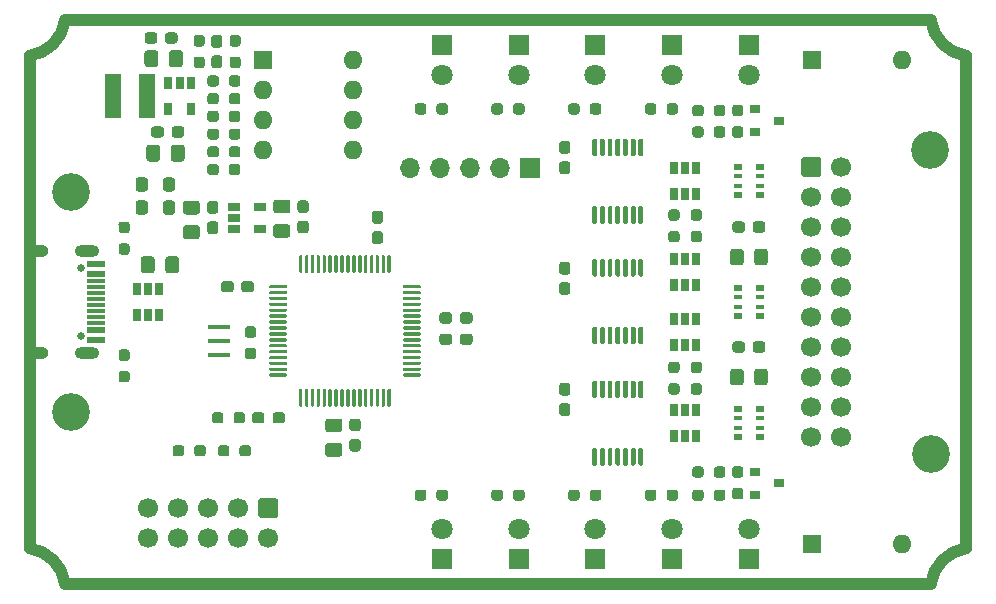
<source format=gts>
%TF.GenerationSoftware,KiCad,Pcbnew,5.1.8-db9833491~88~ubuntu20.04.1*%
%TF.CreationDate,2020-12-20T17:47:45+01:00*%
%TF.ProjectId,QuadUart,51756164-5561-4727-942e-6b696361645f,rev?*%
%TF.SameCoordinates,PX8f0d180PY5e20ae0*%
%TF.FileFunction,Soldermask,Top*%
%TF.FilePolarity,Negative*%
%FSLAX46Y46*%
G04 Gerber Fmt 4.6, Leading zero omitted, Abs format (unit mm)*
G04 Created by KiCad (PCBNEW 5.1.8-db9833491~88~ubuntu20.04.1) date 2020-12-20 17:47:45*
%MOMM*%
%LPD*%
G01*
G04 APERTURE LIST*
%ADD10C,1.000000*%
%ADD11R,1.900000X0.400000*%
%ADD12O,1.700000X1.700000*%
%ADD13R,1.700000X1.700000*%
%ADD14C,3.200000*%
%ADD15O,2.100000X1.000000*%
%ADD16O,1.800000X1.000000*%
%ADD17C,0.650000*%
%ADD18R,1.500000X0.600000*%
%ADD19R,1.500000X0.300000*%
%ADD20R,0.650000X1.060000*%
%ADD21R,1.060000X0.650000*%
%ADD22O,1.600000X1.600000*%
%ADD23R,1.600000X1.600000*%
%ADD24R,0.800000X0.500000*%
%ADD25R,0.800000X0.400000*%
%ADD26R,1.400000X3.800000*%
%ADD27C,1.700000*%
%ADD28C,1.800000*%
%ADD29R,1.800000X1.800000*%
%ADD30R,0.900000X0.800000*%
G04 APERTURE END LIST*
D10*
X79800000Y3500000D02*
X79800000Y45200000D01*
X76800000Y48200000D02*
X3500000Y48200000D01*
X79800000Y3500000D02*
G75*
G03*
X76800000Y500000I500000J-3500000D01*
G01*
X76800000Y48200000D02*
G75*
G03*
X79800000Y45200000I3500000J500000D01*
G01*
X500000Y45200000D02*
G75*
G03*
X3500000Y48200000I-500000J3500000D01*
G01*
X3500000Y500000D02*
G75*
G03*
X500000Y3500000I-3500000J-500000D01*
G01*
X500000Y3500000D02*
X500000Y45200000D01*
X76800000Y500000D02*
X3500000Y500000D01*
%TO.C,C8*%
G36*
G01*
X61075000Y30937500D02*
X61075000Y30462500D01*
G75*
G02*
X60837500Y30225000I-237500J0D01*
G01*
X60237500Y30225000D01*
G75*
G02*
X60000000Y30462500I0J237500D01*
G01*
X60000000Y30937500D01*
G75*
G02*
X60237500Y31175000I237500J0D01*
G01*
X60837500Y31175000D01*
G75*
G02*
X61075000Y30937500I0J-237500D01*
G01*
G37*
G36*
G01*
X62800000Y30937500D02*
X62800000Y30462500D01*
G75*
G02*
X62562500Y30225000I-237500J0D01*
G01*
X61962500Y30225000D01*
G75*
G02*
X61725000Y30462500I0J237500D01*
G01*
X61725000Y30937500D01*
G75*
G02*
X61962500Y31175000I237500J0D01*
G01*
X62562500Y31175000D01*
G75*
G02*
X62800000Y30937500I0J-237500D01*
G01*
G37*
%TD*%
%TO.C,C7*%
G36*
G01*
X61075000Y20777500D02*
X61075000Y20302500D01*
G75*
G02*
X60837500Y20065000I-237500J0D01*
G01*
X60237500Y20065000D01*
G75*
G02*
X60000000Y20302500I0J237500D01*
G01*
X60000000Y20777500D01*
G75*
G02*
X60237500Y21015000I237500J0D01*
G01*
X60837500Y21015000D01*
G75*
G02*
X61075000Y20777500I0J-237500D01*
G01*
G37*
G36*
G01*
X62800000Y20777500D02*
X62800000Y20302500D01*
G75*
G02*
X62562500Y20065000I-237500J0D01*
G01*
X61962500Y20065000D01*
G75*
G02*
X61725000Y20302500I0J237500D01*
G01*
X61725000Y20777500D01*
G75*
G02*
X61962500Y21015000I237500J0D01*
G01*
X62562500Y21015000D01*
G75*
G02*
X62800000Y20777500I0J-237500D01*
G01*
G37*
%TD*%
%TO.C,R32*%
G36*
G01*
X16912500Y14787500D02*
X16912500Y14312500D01*
G75*
G02*
X16675000Y14075000I-237500J0D01*
G01*
X16175000Y14075000D01*
G75*
G02*
X15937500Y14312500I0J237500D01*
G01*
X15937500Y14787500D01*
G75*
G02*
X16175000Y15025000I237500J0D01*
G01*
X16675000Y15025000D01*
G75*
G02*
X16912500Y14787500I0J-237500D01*
G01*
G37*
G36*
G01*
X18737500Y14787500D02*
X18737500Y14312500D01*
G75*
G02*
X18500000Y14075000I-237500J0D01*
G01*
X18000000Y14075000D01*
G75*
G02*
X17762500Y14312500I0J237500D01*
G01*
X17762500Y14787500D01*
G75*
G02*
X18000000Y15025000I237500J0D01*
G01*
X18500000Y15025000D01*
G75*
G02*
X18737500Y14787500I0J-237500D01*
G01*
G37*
%TD*%
%TO.C,D11*%
G36*
G01*
X20375000Y14787500D02*
X20375000Y14312500D01*
G75*
G02*
X20137500Y14075000I-237500J0D01*
G01*
X19562500Y14075000D01*
G75*
G02*
X19325000Y14312500I0J237500D01*
G01*
X19325000Y14787500D01*
G75*
G02*
X19562500Y15025000I237500J0D01*
G01*
X20137500Y15025000D01*
G75*
G02*
X20375000Y14787500I0J-237500D01*
G01*
G37*
G36*
G01*
X22125000Y14787500D02*
X22125000Y14312500D01*
G75*
G02*
X21887500Y14075000I-237500J0D01*
G01*
X21312500Y14075000D01*
G75*
G02*
X21075000Y14312500I0J237500D01*
G01*
X21075000Y14787500D01*
G75*
G02*
X21312500Y15025000I237500J0D01*
G01*
X21887500Y15025000D01*
G75*
G02*
X22125000Y14787500I0J-237500D01*
G01*
G37*
%TD*%
D11*
%TO.C,Y1*%
X16500000Y19850000D03*
X16500000Y21050000D03*
X16500000Y22250000D03*
%TD*%
%TO.C,R31*%
G36*
G01*
X19437500Y21312500D02*
X18962500Y21312500D01*
G75*
G02*
X18725000Y21550000I0J237500D01*
G01*
X18725000Y22050000D01*
G75*
G02*
X18962500Y22287500I237500J0D01*
G01*
X19437500Y22287500D01*
G75*
G02*
X19675000Y22050000I0J-237500D01*
G01*
X19675000Y21550000D01*
G75*
G02*
X19437500Y21312500I-237500J0D01*
G01*
G37*
G36*
G01*
X19437500Y19487500D02*
X18962500Y19487500D01*
G75*
G02*
X18725000Y19725000I0J237500D01*
G01*
X18725000Y20225000D01*
G75*
G02*
X18962500Y20462500I237500J0D01*
G01*
X19437500Y20462500D01*
G75*
G02*
X19675000Y20225000I0J-237500D01*
G01*
X19675000Y19725000D01*
G75*
G02*
X19437500Y19487500I-237500J0D01*
G01*
G37*
%TD*%
D12*
%TO.C,J4*%
X32740000Y35700000D03*
X35280000Y35700000D03*
X37820000Y35700000D03*
X40360000Y35700000D03*
D13*
X42900000Y35700000D03*
%TD*%
%TO.C,U10*%
G36*
G01*
X48450000Y20780000D02*
X48250000Y20780000D01*
G75*
G02*
X48150000Y20880000I0J100000D01*
G01*
X48150000Y22155000D01*
G75*
G02*
X48250000Y22255000I100000J0D01*
G01*
X48450000Y22255000D01*
G75*
G02*
X48550000Y22155000I0J-100000D01*
G01*
X48550000Y20880000D01*
G75*
G02*
X48450000Y20780000I-100000J0D01*
G01*
G37*
G36*
G01*
X49100000Y20780000D02*
X48900000Y20780000D01*
G75*
G02*
X48800000Y20880000I0J100000D01*
G01*
X48800000Y22155000D01*
G75*
G02*
X48900000Y22255000I100000J0D01*
G01*
X49100000Y22255000D01*
G75*
G02*
X49200000Y22155000I0J-100000D01*
G01*
X49200000Y20880000D01*
G75*
G02*
X49100000Y20780000I-100000J0D01*
G01*
G37*
G36*
G01*
X49750000Y20780000D02*
X49550000Y20780000D01*
G75*
G02*
X49450000Y20880000I0J100000D01*
G01*
X49450000Y22155000D01*
G75*
G02*
X49550000Y22255000I100000J0D01*
G01*
X49750000Y22255000D01*
G75*
G02*
X49850000Y22155000I0J-100000D01*
G01*
X49850000Y20880000D01*
G75*
G02*
X49750000Y20780000I-100000J0D01*
G01*
G37*
G36*
G01*
X50400000Y20780000D02*
X50200000Y20780000D01*
G75*
G02*
X50100000Y20880000I0J100000D01*
G01*
X50100000Y22155000D01*
G75*
G02*
X50200000Y22255000I100000J0D01*
G01*
X50400000Y22255000D01*
G75*
G02*
X50500000Y22155000I0J-100000D01*
G01*
X50500000Y20880000D01*
G75*
G02*
X50400000Y20780000I-100000J0D01*
G01*
G37*
G36*
G01*
X51050000Y20780000D02*
X50850000Y20780000D01*
G75*
G02*
X50750000Y20880000I0J100000D01*
G01*
X50750000Y22155000D01*
G75*
G02*
X50850000Y22255000I100000J0D01*
G01*
X51050000Y22255000D01*
G75*
G02*
X51150000Y22155000I0J-100000D01*
G01*
X51150000Y20880000D01*
G75*
G02*
X51050000Y20780000I-100000J0D01*
G01*
G37*
G36*
G01*
X51700000Y20780000D02*
X51500000Y20780000D01*
G75*
G02*
X51400000Y20880000I0J100000D01*
G01*
X51400000Y22155000D01*
G75*
G02*
X51500000Y22255000I100000J0D01*
G01*
X51700000Y22255000D01*
G75*
G02*
X51800000Y22155000I0J-100000D01*
G01*
X51800000Y20880000D01*
G75*
G02*
X51700000Y20780000I-100000J0D01*
G01*
G37*
G36*
G01*
X52350000Y20780000D02*
X52150000Y20780000D01*
G75*
G02*
X52050000Y20880000I0J100000D01*
G01*
X52050000Y22155000D01*
G75*
G02*
X52150000Y22255000I100000J0D01*
G01*
X52350000Y22255000D01*
G75*
G02*
X52450000Y22155000I0J-100000D01*
G01*
X52450000Y20880000D01*
G75*
G02*
X52350000Y20780000I-100000J0D01*
G01*
G37*
G36*
G01*
X52350000Y26505000D02*
X52150000Y26505000D01*
G75*
G02*
X52050000Y26605000I0J100000D01*
G01*
X52050000Y27880000D01*
G75*
G02*
X52150000Y27980000I100000J0D01*
G01*
X52350000Y27980000D01*
G75*
G02*
X52450000Y27880000I0J-100000D01*
G01*
X52450000Y26605000D01*
G75*
G02*
X52350000Y26505000I-100000J0D01*
G01*
G37*
G36*
G01*
X51700000Y26505000D02*
X51500000Y26505000D01*
G75*
G02*
X51400000Y26605000I0J100000D01*
G01*
X51400000Y27880000D01*
G75*
G02*
X51500000Y27980000I100000J0D01*
G01*
X51700000Y27980000D01*
G75*
G02*
X51800000Y27880000I0J-100000D01*
G01*
X51800000Y26605000D01*
G75*
G02*
X51700000Y26505000I-100000J0D01*
G01*
G37*
G36*
G01*
X51050000Y26505000D02*
X50850000Y26505000D01*
G75*
G02*
X50750000Y26605000I0J100000D01*
G01*
X50750000Y27880000D01*
G75*
G02*
X50850000Y27980000I100000J0D01*
G01*
X51050000Y27980000D01*
G75*
G02*
X51150000Y27880000I0J-100000D01*
G01*
X51150000Y26605000D01*
G75*
G02*
X51050000Y26505000I-100000J0D01*
G01*
G37*
G36*
G01*
X50400000Y26505000D02*
X50200000Y26505000D01*
G75*
G02*
X50100000Y26605000I0J100000D01*
G01*
X50100000Y27880000D01*
G75*
G02*
X50200000Y27980000I100000J0D01*
G01*
X50400000Y27980000D01*
G75*
G02*
X50500000Y27880000I0J-100000D01*
G01*
X50500000Y26605000D01*
G75*
G02*
X50400000Y26505000I-100000J0D01*
G01*
G37*
G36*
G01*
X49750000Y26505000D02*
X49550000Y26505000D01*
G75*
G02*
X49450000Y26605000I0J100000D01*
G01*
X49450000Y27880000D01*
G75*
G02*
X49550000Y27980000I100000J0D01*
G01*
X49750000Y27980000D01*
G75*
G02*
X49850000Y27880000I0J-100000D01*
G01*
X49850000Y26605000D01*
G75*
G02*
X49750000Y26505000I-100000J0D01*
G01*
G37*
G36*
G01*
X49100000Y26505000D02*
X48900000Y26505000D01*
G75*
G02*
X48800000Y26605000I0J100000D01*
G01*
X48800000Y27880000D01*
G75*
G02*
X48900000Y27980000I100000J0D01*
G01*
X49100000Y27980000D01*
G75*
G02*
X49200000Y27880000I0J-100000D01*
G01*
X49200000Y26605000D01*
G75*
G02*
X49100000Y26505000I-100000J0D01*
G01*
G37*
G36*
G01*
X48450000Y26505000D02*
X48250000Y26505000D01*
G75*
G02*
X48150000Y26605000I0J100000D01*
G01*
X48150000Y27880000D01*
G75*
G02*
X48250000Y27980000I100000J0D01*
G01*
X48450000Y27980000D01*
G75*
G02*
X48550000Y27880000I0J-100000D01*
G01*
X48550000Y26605000D01*
G75*
G02*
X48450000Y26505000I-100000J0D01*
G01*
G37*
%TD*%
%TO.C,U11*%
G36*
G01*
X48450000Y30980000D02*
X48250000Y30980000D01*
G75*
G02*
X48150000Y31080000I0J100000D01*
G01*
X48150000Y32355000D01*
G75*
G02*
X48250000Y32455000I100000J0D01*
G01*
X48450000Y32455000D01*
G75*
G02*
X48550000Y32355000I0J-100000D01*
G01*
X48550000Y31080000D01*
G75*
G02*
X48450000Y30980000I-100000J0D01*
G01*
G37*
G36*
G01*
X49100000Y30980000D02*
X48900000Y30980000D01*
G75*
G02*
X48800000Y31080000I0J100000D01*
G01*
X48800000Y32355000D01*
G75*
G02*
X48900000Y32455000I100000J0D01*
G01*
X49100000Y32455000D01*
G75*
G02*
X49200000Y32355000I0J-100000D01*
G01*
X49200000Y31080000D01*
G75*
G02*
X49100000Y30980000I-100000J0D01*
G01*
G37*
G36*
G01*
X49750000Y30980000D02*
X49550000Y30980000D01*
G75*
G02*
X49450000Y31080000I0J100000D01*
G01*
X49450000Y32355000D01*
G75*
G02*
X49550000Y32455000I100000J0D01*
G01*
X49750000Y32455000D01*
G75*
G02*
X49850000Y32355000I0J-100000D01*
G01*
X49850000Y31080000D01*
G75*
G02*
X49750000Y30980000I-100000J0D01*
G01*
G37*
G36*
G01*
X50400000Y30980000D02*
X50200000Y30980000D01*
G75*
G02*
X50100000Y31080000I0J100000D01*
G01*
X50100000Y32355000D01*
G75*
G02*
X50200000Y32455000I100000J0D01*
G01*
X50400000Y32455000D01*
G75*
G02*
X50500000Y32355000I0J-100000D01*
G01*
X50500000Y31080000D01*
G75*
G02*
X50400000Y30980000I-100000J0D01*
G01*
G37*
G36*
G01*
X51050000Y30980000D02*
X50850000Y30980000D01*
G75*
G02*
X50750000Y31080000I0J100000D01*
G01*
X50750000Y32355000D01*
G75*
G02*
X50850000Y32455000I100000J0D01*
G01*
X51050000Y32455000D01*
G75*
G02*
X51150000Y32355000I0J-100000D01*
G01*
X51150000Y31080000D01*
G75*
G02*
X51050000Y30980000I-100000J0D01*
G01*
G37*
G36*
G01*
X51700000Y30980000D02*
X51500000Y30980000D01*
G75*
G02*
X51400000Y31080000I0J100000D01*
G01*
X51400000Y32355000D01*
G75*
G02*
X51500000Y32455000I100000J0D01*
G01*
X51700000Y32455000D01*
G75*
G02*
X51800000Y32355000I0J-100000D01*
G01*
X51800000Y31080000D01*
G75*
G02*
X51700000Y30980000I-100000J0D01*
G01*
G37*
G36*
G01*
X52350000Y30980000D02*
X52150000Y30980000D01*
G75*
G02*
X52050000Y31080000I0J100000D01*
G01*
X52050000Y32355000D01*
G75*
G02*
X52150000Y32455000I100000J0D01*
G01*
X52350000Y32455000D01*
G75*
G02*
X52450000Y32355000I0J-100000D01*
G01*
X52450000Y31080000D01*
G75*
G02*
X52350000Y30980000I-100000J0D01*
G01*
G37*
G36*
G01*
X52350000Y36705000D02*
X52150000Y36705000D01*
G75*
G02*
X52050000Y36805000I0J100000D01*
G01*
X52050000Y38080000D01*
G75*
G02*
X52150000Y38180000I100000J0D01*
G01*
X52350000Y38180000D01*
G75*
G02*
X52450000Y38080000I0J-100000D01*
G01*
X52450000Y36805000D01*
G75*
G02*
X52350000Y36705000I-100000J0D01*
G01*
G37*
G36*
G01*
X51700000Y36705000D02*
X51500000Y36705000D01*
G75*
G02*
X51400000Y36805000I0J100000D01*
G01*
X51400000Y38080000D01*
G75*
G02*
X51500000Y38180000I100000J0D01*
G01*
X51700000Y38180000D01*
G75*
G02*
X51800000Y38080000I0J-100000D01*
G01*
X51800000Y36805000D01*
G75*
G02*
X51700000Y36705000I-100000J0D01*
G01*
G37*
G36*
G01*
X51050000Y36705000D02*
X50850000Y36705000D01*
G75*
G02*
X50750000Y36805000I0J100000D01*
G01*
X50750000Y38080000D01*
G75*
G02*
X50850000Y38180000I100000J0D01*
G01*
X51050000Y38180000D01*
G75*
G02*
X51150000Y38080000I0J-100000D01*
G01*
X51150000Y36805000D01*
G75*
G02*
X51050000Y36705000I-100000J0D01*
G01*
G37*
G36*
G01*
X50400000Y36705000D02*
X50200000Y36705000D01*
G75*
G02*
X50100000Y36805000I0J100000D01*
G01*
X50100000Y38080000D01*
G75*
G02*
X50200000Y38180000I100000J0D01*
G01*
X50400000Y38180000D01*
G75*
G02*
X50500000Y38080000I0J-100000D01*
G01*
X50500000Y36805000D01*
G75*
G02*
X50400000Y36705000I-100000J0D01*
G01*
G37*
G36*
G01*
X49750000Y36705000D02*
X49550000Y36705000D01*
G75*
G02*
X49450000Y36805000I0J100000D01*
G01*
X49450000Y38080000D01*
G75*
G02*
X49550000Y38180000I100000J0D01*
G01*
X49750000Y38180000D01*
G75*
G02*
X49850000Y38080000I0J-100000D01*
G01*
X49850000Y36805000D01*
G75*
G02*
X49750000Y36705000I-100000J0D01*
G01*
G37*
G36*
G01*
X49100000Y36705000D02*
X48900000Y36705000D01*
G75*
G02*
X48800000Y36805000I0J100000D01*
G01*
X48800000Y38080000D01*
G75*
G02*
X48900000Y38180000I100000J0D01*
G01*
X49100000Y38180000D01*
G75*
G02*
X49200000Y38080000I0J-100000D01*
G01*
X49200000Y36805000D01*
G75*
G02*
X49100000Y36705000I-100000J0D01*
G01*
G37*
G36*
G01*
X48450000Y36705000D02*
X48250000Y36705000D01*
G75*
G02*
X48150000Y36805000I0J100000D01*
G01*
X48150000Y38080000D01*
G75*
G02*
X48250000Y38180000I100000J0D01*
G01*
X48450000Y38180000D01*
G75*
G02*
X48550000Y38080000I0J-100000D01*
G01*
X48550000Y36805000D01*
G75*
G02*
X48450000Y36705000I-100000J0D01*
G01*
G37*
%TD*%
%TO.C,U9*%
G36*
G01*
X48450000Y10500000D02*
X48250000Y10500000D01*
G75*
G02*
X48150000Y10600000I0J100000D01*
G01*
X48150000Y11875000D01*
G75*
G02*
X48250000Y11975000I100000J0D01*
G01*
X48450000Y11975000D01*
G75*
G02*
X48550000Y11875000I0J-100000D01*
G01*
X48550000Y10600000D01*
G75*
G02*
X48450000Y10500000I-100000J0D01*
G01*
G37*
G36*
G01*
X49100000Y10500000D02*
X48900000Y10500000D01*
G75*
G02*
X48800000Y10600000I0J100000D01*
G01*
X48800000Y11875000D01*
G75*
G02*
X48900000Y11975000I100000J0D01*
G01*
X49100000Y11975000D01*
G75*
G02*
X49200000Y11875000I0J-100000D01*
G01*
X49200000Y10600000D01*
G75*
G02*
X49100000Y10500000I-100000J0D01*
G01*
G37*
G36*
G01*
X49750000Y10500000D02*
X49550000Y10500000D01*
G75*
G02*
X49450000Y10600000I0J100000D01*
G01*
X49450000Y11875000D01*
G75*
G02*
X49550000Y11975000I100000J0D01*
G01*
X49750000Y11975000D01*
G75*
G02*
X49850000Y11875000I0J-100000D01*
G01*
X49850000Y10600000D01*
G75*
G02*
X49750000Y10500000I-100000J0D01*
G01*
G37*
G36*
G01*
X50400000Y10500000D02*
X50200000Y10500000D01*
G75*
G02*
X50100000Y10600000I0J100000D01*
G01*
X50100000Y11875000D01*
G75*
G02*
X50200000Y11975000I100000J0D01*
G01*
X50400000Y11975000D01*
G75*
G02*
X50500000Y11875000I0J-100000D01*
G01*
X50500000Y10600000D01*
G75*
G02*
X50400000Y10500000I-100000J0D01*
G01*
G37*
G36*
G01*
X51050000Y10500000D02*
X50850000Y10500000D01*
G75*
G02*
X50750000Y10600000I0J100000D01*
G01*
X50750000Y11875000D01*
G75*
G02*
X50850000Y11975000I100000J0D01*
G01*
X51050000Y11975000D01*
G75*
G02*
X51150000Y11875000I0J-100000D01*
G01*
X51150000Y10600000D01*
G75*
G02*
X51050000Y10500000I-100000J0D01*
G01*
G37*
G36*
G01*
X51700000Y10500000D02*
X51500000Y10500000D01*
G75*
G02*
X51400000Y10600000I0J100000D01*
G01*
X51400000Y11875000D01*
G75*
G02*
X51500000Y11975000I100000J0D01*
G01*
X51700000Y11975000D01*
G75*
G02*
X51800000Y11875000I0J-100000D01*
G01*
X51800000Y10600000D01*
G75*
G02*
X51700000Y10500000I-100000J0D01*
G01*
G37*
G36*
G01*
X52350000Y10500000D02*
X52150000Y10500000D01*
G75*
G02*
X52050000Y10600000I0J100000D01*
G01*
X52050000Y11875000D01*
G75*
G02*
X52150000Y11975000I100000J0D01*
G01*
X52350000Y11975000D01*
G75*
G02*
X52450000Y11875000I0J-100000D01*
G01*
X52450000Y10600000D01*
G75*
G02*
X52350000Y10500000I-100000J0D01*
G01*
G37*
G36*
G01*
X52350000Y16225000D02*
X52150000Y16225000D01*
G75*
G02*
X52050000Y16325000I0J100000D01*
G01*
X52050000Y17600000D01*
G75*
G02*
X52150000Y17700000I100000J0D01*
G01*
X52350000Y17700000D01*
G75*
G02*
X52450000Y17600000I0J-100000D01*
G01*
X52450000Y16325000D01*
G75*
G02*
X52350000Y16225000I-100000J0D01*
G01*
G37*
G36*
G01*
X51700000Y16225000D02*
X51500000Y16225000D01*
G75*
G02*
X51400000Y16325000I0J100000D01*
G01*
X51400000Y17600000D01*
G75*
G02*
X51500000Y17700000I100000J0D01*
G01*
X51700000Y17700000D01*
G75*
G02*
X51800000Y17600000I0J-100000D01*
G01*
X51800000Y16325000D01*
G75*
G02*
X51700000Y16225000I-100000J0D01*
G01*
G37*
G36*
G01*
X51050000Y16225000D02*
X50850000Y16225000D01*
G75*
G02*
X50750000Y16325000I0J100000D01*
G01*
X50750000Y17600000D01*
G75*
G02*
X50850000Y17700000I100000J0D01*
G01*
X51050000Y17700000D01*
G75*
G02*
X51150000Y17600000I0J-100000D01*
G01*
X51150000Y16325000D01*
G75*
G02*
X51050000Y16225000I-100000J0D01*
G01*
G37*
G36*
G01*
X50400000Y16225000D02*
X50200000Y16225000D01*
G75*
G02*
X50100000Y16325000I0J100000D01*
G01*
X50100000Y17600000D01*
G75*
G02*
X50200000Y17700000I100000J0D01*
G01*
X50400000Y17700000D01*
G75*
G02*
X50500000Y17600000I0J-100000D01*
G01*
X50500000Y16325000D01*
G75*
G02*
X50400000Y16225000I-100000J0D01*
G01*
G37*
G36*
G01*
X49750000Y16225000D02*
X49550000Y16225000D01*
G75*
G02*
X49450000Y16325000I0J100000D01*
G01*
X49450000Y17600000D01*
G75*
G02*
X49550000Y17700000I100000J0D01*
G01*
X49750000Y17700000D01*
G75*
G02*
X49850000Y17600000I0J-100000D01*
G01*
X49850000Y16325000D01*
G75*
G02*
X49750000Y16225000I-100000J0D01*
G01*
G37*
G36*
G01*
X49100000Y16225000D02*
X48900000Y16225000D01*
G75*
G02*
X48800000Y16325000I0J100000D01*
G01*
X48800000Y17600000D01*
G75*
G02*
X48900000Y17700000I100000J0D01*
G01*
X49100000Y17700000D01*
G75*
G02*
X49200000Y17600000I0J-100000D01*
G01*
X49200000Y16325000D01*
G75*
G02*
X49100000Y16225000I-100000J0D01*
G01*
G37*
G36*
G01*
X48450000Y16225000D02*
X48250000Y16225000D01*
G75*
G02*
X48150000Y16325000I0J100000D01*
G01*
X48150000Y17600000D01*
G75*
G02*
X48250000Y17700000I100000J0D01*
G01*
X48450000Y17700000D01*
G75*
G02*
X48550000Y17600000I0J-100000D01*
G01*
X48550000Y16325000D01*
G75*
G02*
X48450000Y16225000I-100000J0D01*
G01*
G37*
%TD*%
%TO.C,C21*%
G36*
G01*
X27812500Y12762500D02*
X28287500Y12762500D01*
G75*
G02*
X28525000Y12525000I0J-237500D01*
G01*
X28525000Y11925000D01*
G75*
G02*
X28287500Y11687500I-237500J0D01*
G01*
X27812500Y11687500D01*
G75*
G02*
X27575000Y11925000I0J237500D01*
G01*
X27575000Y12525000D01*
G75*
G02*
X27812500Y12762500I237500J0D01*
G01*
G37*
G36*
G01*
X27812500Y14487500D02*
X28287500Y14487500D01*
G75*
G02*
X28525000Y14250000I0J-237500D01*
G01*
X28525000Y13650000D01*
G75*
G02*
X28287500Y13412500I-237500J0D01*
G01*
X27812500Y13412500D01*
G75*
G02*
X27575000Y13650000I0J237500D01*
G01*
X27575000Y14250000D01*
G75*
G02*
X27812500Y14487500I237500J0D01*
G01*
G37*
%TD*%
%TO.C,C20*%
G36*
G01*
X30187500Y30987500D02*
X29712500Y30987500D01*
G75*
G02*
X29475000Y31225000I0J237500D01*
G01*
X29475000Y31825000D01*
G75*
G02*
X29712500Y32062500I237500J0D01*
G01*
X30187500Y32062500D01*
G75*
G02*
X30425000Y31825000I0J-237500D01*
G01*
X30425000Y31225000D01*
G75*
G02*
X30187500Y30987500I-237500J0D01*
G01*
G37*
G36*
G01*
X30187500Y29262500D02*
X29712500Y29262500D01*
G75*
G02*
X29475000Y29500000I0J237500D01*
G01*
X29475000Y30100000D01*
G75*
G02*
X29712500Y30337500I237500J0D01*
G01*
X30187500Y30337500D01*
G75*
G02*
X30425000Y30100000I0J-237500D01*
G01*
X30425000Y29500000D01*
G75*
G02*
X30187500Y29262500I-237500J0D01*
G01*
G37*
%TD*%
%TO.C,C19*%
G36*
G01*
X36925000Y22762500D02*
X36925000Y23237500D01*
G75*
G02*
X37162500Y23475000I237500J0D01*
G01*
X37762500Y23475000D01*
G75*
G02*
X38000000Y23237500I0J-237500D01*
G01*
X38000000Y22762500D01*
G75*
G02*
X37762500Y22525000I-237500J0D01*
G01*
X37162500Y22525000D01*
G75*
G02*
X36925000Y22762500I0J237500D01*
G01*
G37*
G36*
G01*
X35200000Y22762500D02*
X35200000Y23237500D01*
G75*
G02*
X35437500Y23475000I237500J0D01*
G01*
X36037500Y23475000D01*
G75*
G02*
X36275000Y23237500I0J-237500D01*
G01*
X36275000Y22762500D01*
G75*
G02*
X36037500Y22525000I-237500J0D01*
G01*
X35437500Y22525000D01*
G75*
G02*
X35200000Y22762500I0J237500D01*
G01*
G37*
%TD*%
%TO.C,C18*%
G36*
G01*
X17775000Y25887500D02*
X17775000Y25412500D01*
G75*
G02*
X17537500Y25175000I-237500J0D01*
G01*
X16937500Y25175000D01*
G75*
G02*
X16700000Y25412500I0J237500D01*
G01*
X16700000Y25887500D01*
G75*
G02*
X16937500Y26125000I237500J0D01*
G01*
X17537500Y26125000D01*
G75*
G02*
X17775000Y25887500I0J-237500D01*
G01*
G37*
G36*
G01*
X19500000Y25887500D02*
X19500000Y25412500D01*
G75*
G02*
X19262500Y25175000I-237500J0D01*
G01*
X18662500Y25175000D01*
G75*
G02*
X18425000Y25412500I0J237500D01*
G01*
X18425000Y25887500D01*
G75*
G02*
X18662500Y26125000I237500J0D01*
G01*
X19262500Y26125000D01*
G75*
G02*
X19500000Y25887500I0J-237500D01*
G01*
G37*
%TD*%
%TO.C,FB2*%
G36*
G01*
X10525000Y34650001D02*
X10525000Y33949999D01*
G75*
G02*
X10275001Y33700000I-249999J0D01*
G01*
X9724999Y33700000D01*
G75*
G02*
X9475000Y33949999I0J249999D01*
G01*
X9475000Y34650001D01*
G75*
G02*
X9724999Y34900000I249999J0D01*
G01*
X10275001Y34900000D01*
G75*
G02*
X10525000Y34650001I0J-249999D01*
G01*
G37*
G36*
G01*
X12825000Y34650001D02*
X12825000Y33949999D01*
G75*
G02*
X12575001Y33700000I-249999J0D01*
G01*
X12024999Y33700000D01*
G75*
G02*
X11775000Y33949999I0J249999D01*
G01*
X11775000Y34650001D01*
G75*
G02*
X12024999Y34900000I249999J0D01*
G01*
X12575001Y34900000D01*
G75*
G02*
X12825000Y34650001I0J-249999D01*
G01*
G37*
%TD*%
%TO.C,R30*%
G36*
G01*
X55287500Y31225000D02*
X54812500Y31225000D01*
G75*
G02*
X54575000Y31462500I0J237500D01*
G01*
X54575000Y31962500D01*
G75*
G02*
X54812500Y32200000I237500J0D01*
G01*
X55287500Y32200000D01*
G75*
G02*
X55525000Y31962500I0J-237500D01*
G01*
X55525000Y31462500D01*
G75*
G02*
X55287500Y31225000I-237500J0D01*
G01*
G37*
G36*
G01*
X55287500Y29400000D02*
X54812500Y29400000D01*
G75*
G02*
X54575000Y29637500I0J237500D01*
G01*
X54575000Y30137500D01*
G75*
G02*
X54812500Y30375000I237500J0D01*
G01*
X55287500Y30375000D01*
G75*
G02*
X55525000Y30137500I0J-237500D01*
G01*
X55525000Y29637500D01*
G75*
G02*
X55287500Y29400000I-237500J0D01*
G01*
G37*
%TD*%
%TO.C,R29*%
G36*
G01*
X57187500Y31225000D02*
X56712500Y31225000D01*
G75*
G02*
X56475000Y31462500I0J237500D01*
G01*
X56475000Y31962500D01*
G75*
G02*
X56712500Y32200000I237500J0D01*
G01*
X57187500Y32200000D01*
G75*
G02*
X57425000Y31962500I0J-237500D01*
G01*
X57425000Y31462500D01*
G75*
G02*
X57187500Y31225000I-237500J0D01*
G01*
G37*
G36*
G01*
X57187500Y29400000D02*
X56712500Y29400000D01*
G75*
G02*
X56475000Y29637500I0J237500D01*
G01*
X56475000Y30137500D01*
G75*
G02*
X56712500Y30375000I237500J0D01*
G01*
X57187500Y30375000D01*
G75*
G02*
X57425000Y30137500I0J-237500D01*
G01*
X57425000Y29637500D01*
G75*
G02*
X57187500Y29400000I-237500J0D01*
G01*
G37*
%TD*%
%TO.C,R28*%
G36*
G01*
X56712500Y17475000D02*
X57187500Y17475000D01*
G75*
G02*
X57425000Y17237500I0J-237500D01*
G01*
X57425000Y16737500D01*
G75*
G02*
X57187500Y16500000I-237500J0D01*
G01*
X56712500Y16500000D01*
G75*
G02*
X56475000Y16737500I0J237500D01*
G01*
X56475000Y17237500D01*
G75*
G02*
X56712500Y17475000I237500J0D01*
G01*
G37*
G36*
G01*
X56712500Y19300000D02*
X57187500Y19300000D01*
G75*
G02*
X57425000Y19062500I0J-237500D01*
G01*
X57425000Y18562500D01*
G75*
G02*
X57187500Y18325000I-237500J0D01*
G01*
X56712500Y18325000D01*
G75*
G02*
X56475000Y18562500I0J237500D01*
G01*
X56475000Y19062500D01*
G75*
G02*
X56712500Y19300000I237500J0D01*
G01*
G37*
%TD*%
%TO.C,R27*%
G36*
G01*
X54812500Y17475000D02*
X55287500Y17475000D01*
G75*
G02*
X55525000Y17237500I0J-237500D01*
G01*
X55525000Y16737500D01*
G75*
G02*
X55287500Y16500000I-237500J0D01*
G01*
X54812500Y16500000D01*
G75*
G02*
X54575000Y16737500I0J237500D01*
G01*
X54575000Y17237500D01*
G75*
G02*
X54812500Y17475000I237500J0D01*
G01*
G37*
G36*
G01*
X54812500Y19300000D02*
X55287500Y19300000D01*
G75*
G02*
X55525000Y19062500I0J-237500D01*
G01*
X55525000Y18562500D01*
G75*
G02*
X55287500Y18325000I-237500J0D01*
G01*
X54812500Y18325000D01*
G75*
G02*
X54575000Y18562500I0J237500D01*
G01*
X54575000Y19062500D01*
G75*
G02*
X54812500Y19300000I237500J0D01*
G01*
G37*
%TD*%
%TO.C,C17*%
G36*
G01*
X45562500Y17500000D02*
X46037500Y17500000D01*
G75*
G02*
X46275000Y17262500I0J-237500D01*
G01*
X46275000Y16662500D01*
G75*
G02*
X46037500Y16425000I-237500J0D01*
G01*
X45562500Y16425000D01*
G75*
G02*
X45325000Y16662500I0J237500D01*
G01*
X45325000Y17262500D01*
G75*
G02*
X45562500Y17500000I237500J0D01*
G01*
G37*
G36*
G01*
X45562500Y15775000D02*
X46037500Y15775000D01*
G75*
G02*
X46275000Y15537500I0J-237500D01*
G01*
X46275000Y14937500D01*
G75*
G02*
X46037500Y14700000I-237500J0D01*
G01*
X45562500Y14700000D01*
G75*
G02*
X45325000Y14937500I0J237500D01*
G01*
X45325000Y15537500D01*
G75*
G02*
X45562500Y15775000I237500J0D01*
G01*
G37*
%TD*%
%TO.C,C16*%
G36*
G01*
X45562500Y37980000D02*
X46037500Y37980000D01*
G75*
G02*
X46275000Y37742500I0J-237500D01*
G01*
X46275000Y37142500D01*
G75*
G02*
X46037500Y36905000I-237500J0D01*
G01*
X45562500Y36905000D01*
G75*
G02*
X45325000Y37142500I0J237500D01*
G01*
X45325000Y37742500D01*
G75*
G02*
X45562500Y37980000I237500J0D01*
G01*
G37*
G36*
G01*
X45562500Y36255000D02*
X46037500Y36255000D01*
G75*
G02*
X46275000Y36017500I0J-237500D01*
G01*
X46275000Y35417500D01*
G75*
G02*
X46037500Y35180000I-237500J0D01*
G01*
X45562500Y35180000D01*
G75*
G02*
X45325000Y35417500I0J237500D01*
G01*
X45325000Y36017500D01*
G75*
G02*
X45562500Y36255000I237500J0D01*
G01*
G37*
%TD*%
%TO.C,C15*%
G36*
G01*
X45562500Y27750000D02*
X46037500Y27750000D01*
G75*
G02*
X46275000Y27512500I0J-237500D01*
G01*
X46275000Y26912500D01*
G75*
G02*
X46037500Y26675000I-237500J0D01*
G01*
X45562500Y26675000D01*
G75*
G02*
X45325000Y26912500I0J237500D01*
G01*
X45325000Y27512500D01*
G75*
G02*
X45562500Y27750000I237500J0D01*
G01*
G37*
G36*
G01*
X45562500Y26025000D02*
X46037500Y26025000D01*
G75*
G02*
X46275000Y25787500I0J-237500D01*
G01*
X46275000Y25187500D01*
G75*
G02*
X46037500Y24950000I-237500J0D01*
G01*
X45562500Y24950000D01*
G75*
G02*
X45325000Y25187500I0J237500D01*
G01*
X45325000Y25787500D01*
G75*
G02*
X45562500Y26025000I237500J0D01*
G01*
G37*
%TD*%
D14*
%TO.C,H4*%
X76800000Y11500000D03*
%TD*%
%TO.C,H3*%
X76750000Y37200000D03*
%TD*%
%TO.C,H2*%
X4000000Y33700000D03*
%TD*%
%TO.C,H1*%
X4000000Y15000000D03*
%TD*%
%TO.C,C14*%
G36*
G01*
X11987500Y27025000D02*
X11987500Y27975000D01*
G75*
G02*
X12237500Y28225000I250000J0D01*
G01*
X12912500Y28225000D01*
G75*
G02*
X13162500Y27975000I0J-250000D01*
G01*
X13162500Y27025000D01*
G75*
G02*
X12912500Y26775000I-250000J0D01*
G01*
X12237500Y26775000D01*
G75*
G02*
X11987500Y27025000I0J250000D01*
G01*
G37*
G36*
G01*
X9912500Y27025000D02*
X9912500Y27975000D01*
G75*
G02*
X10162500Y28225000I250000J0D01*
G01*
X10837500Y28225000D01*
G75*
G02*
X11087500Y27975000I0J-250000D01*
G01*
X11087500Y27025000D01*
G75*
G02*
X10837500Y26775000I-250000J0D01*
G01*
X10162500Y26775000D01*
G75*
G02*
X9912500Y27025000I0J250000D01*
G01*
G37*
%TD*%
D15*
%TO.C,J1*%
X5350000Y28670000D03*
X5350000Y20030000D03*
D16*
X1200000Y28670000D03*
X1200000Y20030000D03*
D17*
X4850000Y21460000D03*
X4850000Y27240000D03*
D18*
X6100000Y26750000D03*
X6100000Y27550000D03*
X6100000Y21950000D03*
X6100000Y21150000D03*
D19*
X6100000Y24600000D03*
X6100000Y24100000D03*
X6100000Y25100000D03*
X6100000Y23600000D03*
X6100000Y25600000D03*
X6100000Y23100000D03*
X6100000Y26100000D03*
X6100000Y22600000D03*
%TD*%
D20*
%TO.C,U8*%
X14150000Y40700000D03*
X12250000Y40700000D03*
X12250000Y42900000D03*
X13200000Y42900000D03*
X14150000Y42900000D03*
%TD*%
%TO.C,U7*%
G36*
G01*
X31100000Y16900000D02*
X31100000Y15575000D01*
G75*
G02*
X31025000Y15500000I-75000J0D01*
G01*
X30875000Y15500000D01*
G75*
G02*
X30800000Y15575000I0J75000D01*
G01*
X30800000Y16900000D01*
G75*
G02*
X30875000Y16975000I75000J0D01*
G01*
X31025000Y16975000D01*
G75*
G02*
X31100000Y16900000I0J-75000D01*
G01*
G37*
G36*
G01*
X30600000Y16900000D02*
X30600000Y15575000D01*
G75*
G02*
X30525000Y15500000I-75000J0D01*
G01*
X30375000Y15500000D01*
G75*
G02*
X30300000Y15575000I0J75000D01*
G01*
X30300000Y16900000D01*
G75*
G02*
X30375000Y16975000I75000J0D01*
G01*
X30525000Y16975000D01*
G75*
G02*
X30600000Y16900000I0J-75000D01*
G01*
G37*
G36*
G01*
X30100000Y16900000D02*
X30100000Y15575000D01*
G75*
G02*
X30025000Y15500000I-75000J0D01*
G01*
X29875000Y15500000D01*
G75*
G02*
X29800000Y15575000I0J75000D01*
G01*
X29800000Y16900000D01*
G75*
G02*
X29875000Y16975000I75000J0D01*
G01*
X30025000Y16975000D01*
G75*
G02*
X30100000Y16900000I0J-75000D01*
G01*
G37*
G36*
G01*
X29600000Y16900000D02*
X29600000Y15575000D01*
G75*
G02*
X29525000Y15500000I-75000J0D01*
G01*
X29375000Y15500000D01*
G75*
G02*
X29300000Y15575000I0J75000D01*
G01*
X29300000Y16900000D01*
G75*
G02*
X29375000Y16975000I75000J0D01*
G01*
X29525000Y16975000D01*
G75*
G02*
X29600000Y16900000I0J-75000D01*
G01*
G37*
G36*
G01*
X29100000Y16900000D02*
X29100000Y15575000D01*
G75*
G02*
X29025000Y15500000I-75000J0D01*
G01*
X28875000Y15500000D01*
G75*
G02*
X28800000Y15575000I0J75000D01*
G01*
X28800000Y16900000D01*
G75*
G02*
X28875000Y16975000I75000J0D01*
G01*
X29025000Y16975000D01*
G75*
G02*
X29100000Y16900000I0J-75000D01*
G01*
G37*
G36*
G01*
X28600000Y16900000D02*
X28600000Y15575000D01*
G75*
G02*
X28525000Y15500000I-75000J0D01*
G01*
X28375000Y15500000D01*
G75*
G02*
X28300000Y15575000I0J75000D01*
G01*
X28300000Y16900000D01*
G75*
G02*
X28375000Y16975000I75000J0D01*
G01*
X28525000Y16975000D01*
G75*
G02*
X28600000Y16900000I0J-75000D01*
G01*
G37*
G36*
G01*
X28100000Y16900000D02*
X28100000Y15575000D01*
G75*
G02*
X28025000Y15500000I-75000J0D01*
G01*
X27875000Y15500000D01*
G75*
G02*
X27800000Y15575000I0J75000D01*
G01*
X27800000Y16900000D01*
G75*
G02*
X27875000Y16975000I75000J0D01*
G01*
X28025000Y16975000D01*
G75*
G02*
X28100000Y16900000I0J-75000D01*
G01*
G37*
G36*
G01*
X27600000Y16900000D02*
X27600000Y15575000D01*
G75*
G02*
X27525000Y15500000I-75000J0D01*
G01*
X27375000Y15500000D01*
G75*
G02*
X27300000Y15575000I0J75000D01*
G01*
X27300000Y16900000D01*
G75*
G02*
X27375000Y16975000I75000J0D01*
G01*
X27525000Y16975000D01*
G75*
G02*
X27600000Y16900000I0J-75000D01*
G01*
G37*
G36*
G01*
X27100000Y16900000D02*
X27100000Y15575000D01*
G75*
G02*
X27025000Y15500000I-75000J0D01*
G01*
X26875000Y15500000D01*
G75*
G02*
X26800000Y15575000I0J75000D01*
G01*
X26800000Y16900000D01*
G75*
G02*
X26875000Y16975000I75000J0D01*
G01*
X27025000Y16975000D01*
G75*
G02*
X27100000Y16900000I0J-75000D01*
G01*
G37*
G36*
G01*
X26600000Y16900000D02*
X26600000Y15575000D01*
G75*
G02*
X26525000Y15500000I-75000J0D01*
G01*
X26375000Y15500000D01*
G75*
G02*
X26300000Y15575000I0J75000D01*
G01*
X26300000Y16900000D01*
G75*
G02*
X26375000Y16975000I75000J0D01*
G01*
X26525000Y16975000D01*
G75*
G02*
X26600000Y16900000I0J-75000D01*
G01*
G37*
G36*
G01*
X26100000Y16900000D02*
X26100000Y15575000D01*
G75*
G02*
X26025000Y15500000I-75000J0D01*
G01*
X25875000Y15500000D01*
G75*
G02*
X25800000Y15575000I0J75000D01*
G01*
X25800000Y16900000D01*
G75*
G02*
X25875000Y16975000I75000J0D01*
G01*
X26025000Y16975000D01*
G75*
G02*
X26100000Y16900000I0J-75000D01*
G01*
G37*
G36*
G01*
X25600000Y16900000D02*
X25600000Y15575000D01*
G75*
G02*
X25525000Y15500000I-75000J0D01*
G01*
X25375000Y15500000D01*
G75*
G02*
X25300000Y15575000I0J75000D01*
G01*
X25300000Y16900000D01*
G75*
G02*
X25375000Y16975000I75000J0D01*
G01*
X25525000Y16975000D01*
G75*
G02*
X25600000Y16900000I0J-75000D01*
G01*
G37*
G36*
G01*
X25100000Y16900000D02*
X25100000Y15575000D01*
G75*
G02*
X25025000Y15500000I-75000J0D01*
G01*
X24875000Y15500000D01*
G75*
G02*
X24800000Y15575000I0J75000D01*
G01*
X24800000Y16900000D01*
G75*
G02*
X24875000Y16975000I75000J0D01*
G01*
X25025000Y16975000D01*
G75*
G02*
X25100000Y16900000I0J-75000D01*
G01*
G37*
G36*
G01*
X24600000Y16900000D02*
X24600000Y15575000D01*
G75*
G02*
X24525000Y15500000I-75000J0D01*
G01*
X24375000Y15500000D01*
G75*
G02*
X24300000Y15575000I0J75000D01*
G01*
X24300000Y16900000D01*
G75*
G02*
X24375000Y16975000I75000J0D01*
G01*
X24525000Y16975000D01*
G75*
G02*
X24600000Y16900000I0J-75000D01*
G01*
G37*
G36*
G01*
X24100000Y16900000D02*
X24100000Y15575000D01*
G75*
G02*
X24025000Y15500000I-75000J0D01*
G01*
X23875000Y15500000D01*
G75*
G02*
X23800000Y15575000I0J75000D01*
G01*
X23800000Y16900000D01*
G75*
G02*
X23875000Y16975000I75000J0D01*
G01*
X24025000Y16975000D01*
G75*
G02*
X24100000Y16900000I0J-75000D01*
G01*
G37*
G36*
G01*
X23600000Y16900000D02*
X23600000Y15575000D01*
G75*
G02*
X23525000Y15500000I-75000J0D01*
G01*
X23375000Y15500000D01*
G75*
G02*
X23300000Y15575000I0J75000D01*
G01*
X23300000Y16900000D01*
G75*
G02*
X23375000Y16975000I75000J0D01*
G01*
X23525000Y16975000D01*
G75*
G02*
X23600000Y16900000I0J-75000D01*
G01*
G37*
G36*
G01*
X22275000Y18225000D02*
X22275000Y18075000D01*
G75*
G02*
X22200000Y18000000I-75000J0D01*
G01*
X20875000Y18000000D01*
G75*
G02*
X20800000Y18075000I0J75000D01*
G01*
X20800000Y18225000D01*
G75*
G02*
X20875000Y18300000I75000J0D01*
G01*
X22200000Y18300000D01*
G75*
G02*
X22275000Y18225000I0J-75000D01*
G01*
G37*
G36*
G01*
X22275000Y18725000D02*
X22275000Y18575000D01*
G75*
G02*
X22200000Y18500000I-75000J0D01*
G01*
X20875000Y18500000D01*
G75*
G02*
X20800000Y18575000I0J75000D01*
G01*
X20800000Y18725000D01*
G75*
G02*
X20875000Y18800000I75000J0D01*
G01*
X22200000Y18800000D01*
G75*
G02*
X22275000Y18725000I0J-75000D01*
G01*
G37*
G36*
G01*
X22275000Y19225000D02*
X22275000Y19075000D01*
G75*
G02*
X22200000Y19000000I-75000J0D01*
G01*
X20875000Y19000000D01*
G75*
G02*
X20800000Y19075000I0J75000D01*
G01*
X20800000Y19225000D01*
G75*
G02*
X20875000Y19300000I75000J0D01*
G01*
X22200000Y19300000D01*
G75*
G02*
X22275000Y19225000I0J-75000D01*
G01*
G37*
G36*
G01*
X22275000Y19725000D02*
X22275000Y19575000D01*
G75*
G02*
X22200000Y19500000I-75000J0D01*
G01*
X20875000Y19500000D01*
G75*
G02*
X20800000Y19575000I0J75000D01*
G01*
X20800000Y19725000D01*
G75*
G02*
X20875000Y19800000I75000J0D01*
G01*
X22200000Y19800000D01*
G75*
G02*
X22275000Y19725000I0J-75000D01*
G01*
G37*
G36*
G01*
X22275000Y20225000D02*
X22275000Y20075000D01*
G75*
G02*
X22200000Y20000000I-75000J0D01*
G01*
X20875000Y20000000D01*
G75*
G02*
X20800000Y20075000I0J75000D01*
G01*
X20800000Y20225000D01*
G75*
G02*
X20875000Y20300000I75000J0D01*
G01*
X22200000Y20300000D01*
G75*
G02*
X22275000Y20225000I0J-75000D01*
G01*
G37*
G36*
G01*
X22275000Y20725000D02*
X22275000Y20575000D01*
G75*
G02*
X22200000Y20500000I-75000J0D01*
G01*
X20875000Y20500000D01*
G75*
G02*
X20800000Y20575000I0J75000D01*
G01*
X20800000Y20725000D01*
G75*
G02*
X20875000Y20800000I75000J0D01*
G01*
X22200000Y20800000D01*
G75*
G02*
X22275000Y20725000I0J-75000D01*
G01*
G37*
G36*
G01*
X22275000Y21225000D02*
X22275000Y21075000D01*
G75*
G02*
X22200000Y21000000I-75000J0D01*
G01*
X20875000Y21000000D01*
G75*
G02*
X20800000Y21075000I0J75000D01*
G01*
X20800000Y21225000D01*
G75*
G02*
X20875000Y21300000I75000J0D01*
G01*
X22200000Y21300000D01*
G75*
G02*
X22275000Y21225000I0J-75000D01*
G01*
G37*
G36*
G01*
X22275000Y21725000D02*
X22275000Y21575000D01*
G75*
G02*
X22200000Y21500000I-75000J0D01*
G01*
X20875000Y21500000D01*
G75*
G02*
X20800000Y21575000I0J75000D01*
G01*
X20800000Y21725000D01*
G75*
G02*
X20875000Y21800000I75000J0D01*
G01*
X22200000Y21800000D01*
G75*
G02*
X22275000Y21725000I0J-75000D01*
G01*
G37*
G36*
G01*
X22275000Y22225000D02*
X22275000Y22075000D01*
G75*
G02*
X22200000Y22000000I-75000J0D01*
G01*
X20875000Y22000000D01*
G75*
G02*
X20800000Y22075000I0J75000D01*
G01*
X20800000Y22225000D01*
G75*
G02*
X20875000Y22300000I75000J0D01*
G01*
X22200000Y22300000D01*
G75*
G02*
X22275000Y22225000I0J-75000D01*
G01*
G37*
G36*
G01*
X22275000Y22725000D02*
X22275000Y22575000D01*
G75*
G02*
X22200000Y22500000I-75000J0D01*
G01*
X20875000Y22500000D01*
G75*
G02*
X20800000Y22575000I0J75000D01*
G01*
X20800000Y22725000D01*
G75*
G02*
X20875000Y22800000I75000J0D01*
G01*
X22200000Y22800000D01*
G75*
G02*
X22275000Y22725000I0J-75000D01*
G01*
G37*
G36*
G01*
X22275000Y23225000D02*
X22275000Y23075000D01*
G75*
G02*
X22200000Y23000000I-75000J0D01*
G01*
X20875000Y23000000D01*
G75*
G02*
X20800000Y23075000I0J75000D01*
G01*
X20800000Y23225000D01*
G75*
G02*
X20875000Y23300000I75000J0D01*
G01*
X22200000Y23300000D01*
G75*
G02*
X22275000Y23225000I0J-75000D01*
G01*
G37*
G36*
G01*
X22275000Y23725000D02*
X22275000Y23575000D01*
G75*
G02*
X22200000Y23500000I-75000J0D01*
G01*
X20875000Y23500000D01*
G75*
G02*
X20800000Y23575000I0J75000D01*
G01*
X20800000Y23725000D01*
G75*
G02*
X20875000Y23800000I75000J0D01*
G01*
X22200000Y23800000D01*
G75*
G02*
X22275000Y23725000I0J-75000D01*
G01*
G37*
G36*
G01*
X22275000Y24225000D02*
X22275000Y24075000D01*
G75*
G02*
X22200000Y24000000I-75000J0D01*
G01*
X20875000Y24000000D01*
G75*
G02*
X20800000Y24075000I0J75000D01*
G01*
X20800000Y24225000D01*
G75*
G02*
X20875000Y24300000I75000J0D01*
G01*
X22200000Y24300000D01*
G75*
G02*
X22275000Y24225000I0J-75000D01*
G01*
G37*
G36*
G01*
X22275000Y24725000D02*
X22275000Y24575000D01*
G75*
G02*
X22200000Y24500000I-75000J0D01*
G01*
X20875000Y24500000D01*
G75*
G02*
X20800000Y24575000I0J75000D01*
G01*
X20800000Y24725000D01*
G75*
G02*
X20875000Y24800000I75000J0D01*
G01*
X22200000Y24800000D01*
G75*
G02*
X22275000Y24725000I0J-75000D01*
G01*
G37*
G36*
G01*
X22275000Y25225000D02*
X22275000Y25075000D01*
G75*
G02*
X22200000Y25000000I-75000J0D01*
G01*
X20875000Y25000000D01*
G75*
G02*
X20800000Y25075000I0J75000D01*
G01*
X20800000Y25225000D01*
G75*
G02*
X20875000Y25300000I75000J0D01*
G01*
X22200000Y25300000D01*
G75*
G02*
X22275000Y25225000I0J-75000D01*
G01*
G37*
G36*
G01*
X22275000Y25725000D02*
X22275000Y25575000D01*
G75*
G02*
X22200000Y25500000I-75000J0D01*
G01*
X20875000Y25500000D01*
G75*
G02*
X20800000Y25575000I0J75000D01*
G01*
X20800000Y25725000D01*
G75*
G02*
X20875000Y25800000I75000J0D01*
G01*
X22200000Y25800000D01*
G75*
G02*
X22275000Y25725000I0J-75000D01*
G01*
G37*
G36*
G01*
X23600000Y28225000D02*
X23600000Y26900000D01*
G75*
G02*
X23525000Y26825000I-75000J0D01*
G01*
X23375000Y26825000D01*
G75*
G02*
X23300000Y26900000I0J75000D01*
G01*
X23300000Y28225000D01*
G75*
G02*
X23375000Y28300000I75000J0D01*
G01*
X23525000Y28300000D01*
G75*
G02*
X23600000Y28225000I0J-75000D01*
G01*
G37*
G36*
G01*
X24100000Y28225000D02*
X24100000Y26900000D01*
G75*
G02*
X24025000Y26825000I-75000J0D01*
G01*
X23875000Y26825000D01*
G75*
G02*
X23800000Y26900000I0J75000D01*
G01*
X23800000Y28225000D01*
G75*
G02*
X23875000Y28300000I75000J0D01*
G01*
X24025000Y28300000D01*
G75*
G02*
X24100000Y28225000I0J-75000D01*
G01*
G37*
G36*
G01*
X24600000Y28225000D02*
X24600000Y26900000D01*
G75*
G02*
X24525000Y26825000I-75000J0D01*
G01*
X24375000Y26825000D01*
G75*
G02*
X24300000Y26900000I0J75000D01*
G01*
X24300000Y28225000D01*
G75*
G02*
X24375000Y28300000I75000J0D01*
G01*
X24525000Y28300000D01*
G75*
G02*
X24600000Y28225000I0J-75000D01*
G01*
G37*
G36*
G01*
X25100000Y28225000D02*
X25100000Y26900000D01*
G75*
G02*
X25025000Y26825000I-75000J0D01*
G01*
X24875000Y26825000D01*
G75*
G02*
X24800000Y26900000I0J75000D01*
G01*
X24800000Y28225000D01*
G75*
G02*
X24875000Y28300000I75000J0D01*
G01*
X25025000Y28300000D01*
G75*
G02*
X25100000Y28225000I0J-75000D01*
G01*
G37*
G36*
G01*
X25600000Y28225000D02*
X25600000Y26900000D01*
G75*
G02*
X25525000Y26825000I-75000J0D01*
G01*
X25375000Y26825000D01*
G75*
G02*
X25300000Y26900000I0J75000D01*
G01*
X25300000Y28225000D01*
G75*
G02*
X25375000Y28300000I75000J0D01*
G01*
X25525000Y28300000D01*
G75*
G02*
X25600000Y28225000I0J-75000D01*
G01*
G37*
G36*
G01*
X26100000Y28225000D02*
X26100000Y26900000D01*
G75*
G02*
X26025000Y26825000I-75000J0D01*
G01*
X25875000Y26825000D01*
G75*
G02*
X25800000Y26900000I0J75000D01*
G01*
X25800000Y28225000D01*
G75*
G02*
X25875000Y28300000I75000J0D01*
G01*
X26025000Y28300000D01*
G75*
G02*
X26100000Y28225000I0J-75000D01*
G01*
G37*
G36*
G01*
X26600000Y28225000D02*
X26600000Y26900000D01*
G75*
G02*
X26525000Y26825000I-75000J0D01*
G01*
X26375000Y26825000D01*
G75*
G02*
X26300000Y26900000I0J75000D01*
G01*
X26300000Y28225000D01*
G75*
G02*
X26375000Y28300000I75000J0D01*
G01*
X26525000Y28300000D01*
G75*
G02*
X26600000Y28225000I0J-75000D01*
G01*
G37*
G36*
G01*
X27100000Y28225000D02*
X27100000Y26900000D01*
G75*
G02*
X27025000Y26825000I-75000J0D01*
G01*
X26875000Y26825000D01*
G75*
G02*
X26800000Y26900000I0J75000D01*
G01*
X26800000Y28225000D01*
G75*
G02*
X26875000Y28300000I75000J0D01*
G01*
X27025000Y28300000D01*
G75*
G02*
X27100000Y28225000I0J-75000D01*
G01*
G37*
G36*
G01*
X27600000Y28225000D02*
X27600000Y26900000D01*
G75*
G02*
X27525000Y26825000I-75000J0D01*
G01*
X27375000Y26825000D01*
G75*
G02*
X27300000Y26900000I0J75000D01*
G01*
X27300000Y28225000D01*
G75*
G02*
X27375000Y28300000I75000J0D01*
G01*
X27525000Y28300000D01*
G75*
G02*
X27600000Y28225000I0J-75000D01*
G01*
G37*
G36*
G01*
X28100000Y28225000D02*
X28100000Y26900000D01*
G75*
G02*
X28025000Y26825000I-75000J0D01*
G01*
X27875000Y26825000D01*
G75*
G02*
X27800000Y26900000I0J75000D01*
G01*
X27800000Y28225000D01*
G75*
G02*
X27875000Y28300000I75000J0D01*
G01*
X28025000Y28300000D01*
G75*
G02*
X28100000Y28225000I0J-75000D01*
G01*
G37*
G36*
G01*
X28600000Y28225000D02*
X28600000Y26900000D01*
G75*
G02*
X28525000Y26825000I-75000J0D01*
G01*
X28375000Y26825000D01*
G75*
G02*
X28300000Y26900000I0J75000D01*
G01*
X28300000Y28225000D01*
G75*
G02*
X28375000Y28300000I75000J0D01*
G01*
X28525000Y28300000D01*
G75*
G02*
X28600000Y28225000I0J-75000D01*
G01*
G37*
G36*
G01*
X29100000Y28225000D02*
X29100000Y26900000D01*
G75*
G02*
X29025000Y26825000I-75000J0D01*
G01*
X28875000Y26825000D01*
G75*
G02*
X28800000Y26900000I0J75000D01*
G01*
X28800000Y28225000D01*
G75*
G02*
X28875000Y28300000I75000J0D01*
G01*
X29025000Y28300000D01*
G75*
G02*
X29100000Y28225000I0J-75000D01*
G01*
G37*
G36*
G01*
X29600000Y28225000D02*
X29600000Y26900000D01*
G75*
G02*
X29525000Y26825000I-75000J0D01*
G01*
X29375000Y26825000D01*
G75*
G02*
X29300000Y26900000I0J75000D01*
G01*
X29300000Y28225000D01*
G75*
G02*
X29375000Y28300000I75000J0D01*
G01*
X29525000Y28300000D01*
G75*
G02*
X29600000Y28225000I0J-75000D01*
G01*
G37*
G36*
G01*
X30100000Y28225000D02*
X30100000Y26900000D01*
G75*
G02*
X30025000Y26825000I-75000J0D01*
G01*
X29875000Y26825000D01*
G75*
G02*
X29800000Y26900000I0J75000D01*
G01*
X29800000Y28225000D01*
G75*
G02*
X29875000Y28300000I75000J0D01*
G01*
X30025000Y28300000D01*
G75*
G02*
X30100000Y28225000I0J-75000D01*
G01*
G37*
G36*
G01*
X30600000Y28225000D02*
X30600000Y26900000D01*
G75*
G02*
X30525000Y26825000I-75000J0D01*
G01*
X30375000Y26825000D01*
G75*
G02*
X30300000Y26900000I0J75000D01*
G01*
X30300000Y28225000D01*
G75*
G02*
X30375000Y28300000I75000J0D01*
G01*
X30525000Y28300000D01*
G75*
G02*
X30600000Y28225000I0J-75000D01*
G01*
G37*
G36*
G01*
X31100000Y28225000D02*
X31100000Y26900000D01*
G75*
G02*
X31025000Y26825000I-75000J0D01*
G01*
X30875000Y26825000D01*
G75*
G02*
X30800000Y26900000I0J75000D01*
G01*
X30800000Y28225000D01*
G75*
G02*
X30875000Y28300000I75000J0D01*
G01*
X31025000Y28300000D01*
G75*
G02*
X31100000Y28225000I0J-75000D01*
G01*
G37*
G36*
G01*
X33600000Y25725000D02*
X33600000Y25575000D01*
G75*
G02*
X33525000Y25500000I-75000J0D01*
G01*
X32200000Y25500000D01*
G75*
G02*
X32125000Y25575000I0J75000D01*
G01*
X32125000Y25725000D01*
G75*
G02*
X32200000Y25800000I75000J0D01*
G01*
X33525000Y25800000D01*
G75*
G02*
X33600000Y25725000I0J-75000D01*
G01*
G37*
G36*
G01*
X33600000Y25225000D02*
X33600000Y25075000D01*
G75*
G02*
X33525000Y25000000I-75000J0D01*
G01*
X32200000Y25000000D01*
G75*
G02*
X32125000Y25075000I0J75000D01*
G01*
X32125000Y25225000D01*
G75*
G02*
X32200000Y25300000I75000J0D01*
G01*
X33525000Y25300000D01*
G75*
G02*
X33600000Y25225000I0J-75000D01*
G01*
G37*
G36*
G01*
X33600000Y24725000D02*
X33600000Y24575000D01*
G75*
G02*
X33525000Y24500000I-75000J0D01*
G01*
X32200000Y24500000D01*
G75*
G02*
X32125000Y24575000I0J75000D01*
G01*
X32125000Y24725000D01*
G75*
G02*
X32200000Y24800000I75000J0D01*
G01*
X33525000Y24800000D01*
G75*
G02*
X33600000Y24725000I0J-75000D01*
G01*
G37*
G36*
G01*
X33600000Y24225000D02*
X33600000Y24075000D01*
G75*
G02*
X33525000Y24000000I-75000J0D01*
G01*
X32200000Y24000000D01*
G75*
G02*
X32125000Y24075000I0J75000D01*
G01*
X32125000Y24225000D01*
G75*
G02*
X32200000Y24300000I75000J0D01*
G01*
X33525000Y24300000D01*
G75*
G02*
X33600000Y24225000I0J-75000D01*
G01*
G37*
G36*
G01*
X33600000Y23725000D02*
X33600000Y23575000D01*
G75*
G02*
X33525000Y23500000I-75000J0D01*
G01*
X32200000Y23500000D01*
G75*
G02*
X32125000Y23575000I0J75000D01*
G01*
X32125000Y23725000D01*
G75*
G02*
X32200000Y23800000I75000J0D01*
G01*
X33525000Y23800000D01*
G75*
G02*
X33600000Y23725000I0J-75000D01*
G01*
G37*
G36*
G01*
X33600000Y23225000D02*
X33600000Y23075000D01*
G75*
G02*
X33525000Y23000000I-75000J0D01*
G01*
X32200000Y23000000D01*
G75*
G02*
X32125000Y23075000I0J75000D01*
G01*
X32125000Y23225000D01*
G75*
G02*
X32200000Y23300000I75000J0D01*
G01*
X33525000Y23300000D01*
G75*
G02*
X33600000Y23225000I0J-75000D01*
G01*
G37*
G36*
G01*
X33600000Y22725000D02*
X33600000Y22575000D01*
G75*
G02*
X33525000Y22500000I-75000J0D01*
G01*
X32200000Y22500000D01*
G75*
G02*
X32125000Y22575000I0J75000D01*
G01*
X32125000Y22725000D01*
G75*
G02*
X32200000Y22800000I75000J0D01*
G01*
X33525000Y22800000D01*
G75*
G02*
X33600000Y22725000I0J-75000D01*
G01*
G37*
G36*
G01*
X33600000Y22225000D02*
X33600000Y22075000D01*
G75*
G02*
X33525000Y22000000I-75000J0D01*
G01*
X32200000Y22000000D01*
G75*
G02*
X32125000Y22075000I0J75000D01*
G01*
X32125000Y22225000D01*
G75*
G02*
X32200000Y22300000I75000J0D01*
G01*
X33525000Y22300000D01*
G75*
G02*
X33600000Y22225000I0J-75000D01*
G01*
G37*
G36*
G01*
X33600000Y21725000D02*
X33600000Y21575000D01*
G75*
G02*
X33525000Y21500000I-75000J0D01*
G01*
X32200000Y21500000D01*
G75*
G02*
X32125000Y21575000I0J75000D01*
G01*
X32125000Y21725000D01*
G75*
G02*
X32200000Y21800000I75000J0D01*
G01*
X33525000Y21800000D01*
G75*
G02*
X33600000Y21725000I0J-75000D01*
G01*
G37*
G36*
G01*
X33600000Y21225000D02*
X33600000Y21075000D01*
G75*
G02*
X33525000Y21000000I-75000J0D01*
G01*
X32200000Y21000000D01*
G75*
G02*
X32125000Y21075000I0J75000D01*
G01*
X32125000Y21225000D01*
G75*
G02*
X32200000Y21300000I75000J0D01*
G01*
X33525000Y21300000D01*
G75*
G02*
X33600000Y21225000I0J-75000D01*
G01*
G37*
G36*
G01*
X33600000Y20725000D02*
X33600000Y20575000D01*
G75*
G02*
X33525000Y20500000I-75000J0D01*
G01*
X32200000Y20500000D01*
G75*
G02*
X32125000Y20575000I0J75000D01*
G01*
X32125000Y20725000D01*
G75*
G02*
X32200000Y20800000I75000J0D01*
G01*
X33525000Y20800000D01*
G75*
G02*
X33600000Y20725000I0J-75000D01*
G01*
G37*
G36*
G01*
X33600000Y20225000D02*
X33600000Y20075000D01*
G75*
G02*
X33525000Y20000000I-75000J0D01*
G01*
X32200000Y20000000D01*
G75*
G02*
X32125000Y20075000I0J75000D01*
G01*
X32125000Y20225000D01*
G75*
G02*
X32200000Y20300000I75000J0D01*
G01*
X33525000Y20300000D01*
G75*
G02*
X33600000Y20225000I0J-75000D01*
G01*
G37*
G36*
G01*
X33600000Y19725000D02*
X33600000Y19575000D01*
G75*
G02*
X33525000Y19500000I-75000J0D01*
G01*
X32200000Y19500000D01*
G75*
G02*
X32125000Y19575000I0J75000D01*
G01*
X32125000Y19725000D01*
G75*
G02*
X32200000Y19800000I75000J0D01*
G01*
X33525000Y19800000D01*
G75*
G02*
X33600000Y19725000I0J-75000D01*
G01*
G37*
G36*
G01*
X33600000Y19225000D02*
X33600000Y19075000D01*
G75*
G02*
X33525000Y19000000I-75000J0D01*
G01*
X32200000Y19000000D01*
G75*
G02*
X32125000Y19075000I0J75000D01*
G01*
X32125000Y19225000D01*
G75*
G02*
X32200000Y19300000I75000J0D01*
G01*
X33525000Y19300000D01*
G75*
G02*
X33600000Y19225000I0J-75000D01*
G01*
G37*
G36*
G01*
X33600000Y18725000D02*
X33600000Y18575000D01*
G75*
G02*
X33525000Y18500000I-75000J0D01*
G01*
X32200000Y18500000D01*
G75*
G02*
X32125000Y18575000I0J75000D01*
G01*
X32125000Y18725000D01*
G75*
G02*
X32200000Y18800000I75000J0D01*
G01*
X33525000Y18800000D01*
G75*
G02*
X33600000Y18725000I0J-75000D01*
G01*
G37*
G36*
G01*
X33600000Y18225000D02*
X33600000Y18075000D01*
G75*
G02*
X33525000Y18000000I-75000J0D01*
G01*
X32200000Y18000000D01*
G75*
G02*
X32125000Y18075000I0J75000D01*
G01*
X32125000Y18225000D01*
G75*
G02*
X32200000Y18300000I75000J0D01*
G01*
X33525000Y18300000D01*
G75*
G02*
X33600000Y18225000I0J-75000D01*
G01*
G37*
%TD*%
D21*
%TO.C,U1*%
X20000000Y32400000D03*
X20000000Y30500000D03*
X17800000Y30500000D03*
X17800000Y31450000D03*
X17800000Y32400000D03*
%TD*%
D22*
%TO.C,SW3*%
X74320000Y3870000D03*
D23*
X66700000Y3870000D03*
%TD*%
D22*
%TO.C,SW2*%
X74320000Y44830000D03*
D23*
X66700000Y44830000D03*
%TD*%
D22*
%TO.C,SW1*%
X27850000Y44830000D03*
X20230000Y37210000D03*
X27850000Y42290000D03*
X20230000Y39750000D03*
X27850000Y39750000D03*
X20230000Y42290000D03*
X27850000Y37210000D03*
D23*
X20230000Y44830000D03*
%TD*%
D24*
%TO.C,RN3*%
X62300000Y12920000D03*
D25*
X62300000Y13720000D03*
D24*
X62300000Y15320000D03*
D25*
X62300000Y14520000D03*
D24*
X60500000Y12920000D03*
D25*
X60500000Y14520000D03*
X60500000Y13720000D03*
D24*
X60500000Y15320000D03*
%TD*%
%TO.C,RN2*%
X62300000Y23150000D03*
D25*
X62300000Y23950000D03*
D24*
X62300000Y25550000D03*
D25*
X62300000Y24750000D03*
D24*
X60500000Y23150000D03*
D25*
X60500000Y24750000D03*
X60500000Y23950000D03*
D24*
X60500000Y25550000D03*
%TD*%
%TO.C,RN1*%
X62300000Y33380000D03*
D25*
X62300000Y34180000D03*
D24*
X62300000Y35780000D03*
D25*
X62300000Y34980000D03*
D24*
X60500000Y33380000D03*
D25*
X60500000Y34980000D03*
X60500000Y34180000D03*
D24*
X60500000Y35780000D03*
%TD*%
%TO.C,R26*%
G36*
G01*
X17375000Y42827500D02*
X17375000Y43302500D01*
G75*
G02*
X17612500Y43540000I237500J0D01*
G01*
X18112500Y43540000D01*
G75*
G02*
X18350000Y43302500I0J-237500D01*
G01*
X18350000Y42827500D01*
G75*
G02*
X18112500Y42590000I-237500J0D01*
G01*
X17612500Y42590000D01*
G75*
G02*
X17375000Y42827500I0J237500D01*
G01*
G37*
G36*
G01*
X15550000Y42827500D02*
X15550000Y43302500D01*
G75*
G02*
X15787500Y43540000I237500J0D01*
G01*
X16287500Y43540000D01*
G75*
G02*
X16525000Y43302500I0J-237500D01*
G01*
X16525000Y42827500D01*
G75*
G02*
X16287500Y42590000I-237500J0D01*
G01*
X15787500Y42590000D01*
G75*
G02*
X15550000Y42827500I0J237500D01*
G01*
G37*
%TD*%
%TO.C,R25*%
G36*
G01*
X17375000Y41327500D02*
X17375000Y41802500D01*
G75*
G02*
X17612500Y42040000I237500J0D01*
G01*
X18112500Y42040000D01*
G75*
G02*
X18350000Y41802500I0J-237500D01*
G01*
X18350000Y41327500D01*
G75*
G02*
X18112500Y41090000I-237500J0D01*
G01*
X17612500Y41090000D01*
G75*
G02*
X17375000Y41327500I0J237500D01*
G01*
G37*
G36*
G01*
X15550000Y41327500D02*
X15550000Y41802500D01*
G75*
G02*
X15787500Y42040000I237500J0D01*
G01*
X16287500Y42040000D01*
G75*
G02*
X16525000Y41802500I0J-237500D01*
G01*
X16525000Y41327500D01*
G75*
G02*
X16287500Y41090000I-237500J0D01*
G01*
X15787500Y41090000D01*
G75*
G02*
X15550000Y41327500I0J237500D01*
G01*
G37*
%TD*%
%TO.C,R24*%
G36*
G01*
X14612500Y45125000D02*
X15087500Y45125000D01*
G75*
G02*
X15325000Y44887500I0J-237500D01*
G01*
X15325000Y44387500D01*
G75*
G02*
X15087500Y44150000I-237500J0D01*
G01*
X14612500Y44150000D01*
G75*
G02*
X14375000Y44387500I0J237500D01*
G01*
X14375000Y44887500D01*
G75*
G02*
X14612500Y45125000I237500J0D01*
G01*
G37*
G36*
G01*
X14612500Y46950000D02*
X15087500Y46950000D01*
G75*
G02*
X15325000Y46712500I0J-237500D01*
G01*
X15325000Y46212500D01*
G75*
G02*
X15087500Y45975000I-237500J0D01*
G01*
X14612500Y45975000D01*
G75*
G02*
X14375000Y46212500I0J237500D01*
G01*
X14375000Y46712500D01*
G75*
G02*
X14612500Y46950000I237500J0D01*
G01*
G37*
%TD*%
%TO.C,R23*%
G36*
G01*
X17375000Y39827500D02*
X17375000Y40302500D01*
G75*
G02*
X17612500Y40540000I237500J0D01*
G01*
X18112500Y40540000D01*
G75*
G02*
X18350000Y40302500I0J-237500D01*
G01*
X18350000Y39827500D01*
G75*
G02*
X18112500Y39590000I-237500J0D01*
G01*
X17612500Y39590000D01*
G75*
G02*
X17375000Y39827500I0J237500D01*
G01*
G37*
G36*
G01*
X15550000Y39827500D02*
X15550000Y40302500D01*
G75*
G02*
X15787500Y40540000I237500J0D01*
G01*
X16287500Y40540000D01*
G75*
G02*
X16525000Y40302500I0J-237500D01*
G01*
X16525000Y39827500D01*
G75*
G02*
X16287500Y39590000I-237500J0D01*
G01*
X15787500Y39590000D01*
G75*
G02*
X15550000Y39827500I0J237500D01*
G01*
G37*
%TD*%
%TO.C,R22*%
G36*
G01*
X17375000Y38327500D02*
X17375000Y38802500D01*
G75*
G02*
X17612500Y39040000I237500J0D01*
G01*
X18112500Y39040000D01*
G75*
G02*
X18350000Y38802500I0J-237500D01*
G01*
X18350000Y38327500D01*
G75*
G02*
X18112500Y38090000I-237500J0D01*
G01*
X17612500Y38090000D01*
G75*
G02*
X17375000Y38327500I0J237500D01*
G01*
G37*
G36*
G01*
X15550000Y38327500D02*
X15550000Y38802500D01*
G75*
G02*
X15787500Y39040000I237500J0D01*
G01*
X16287500Y39040000D01*
G75*
G02*
X16525000Y38802500I0J-237500D01*
G01*
X16525000Y38327500D01*
G75*
G02*
X16287500Y38090000I-237500J0D01*
G01*
X15787500Y38090000D01*
G75*
G02*
X15550000Y38327500I0J237500D01*
G01*
G37*
%TD*%
%TO.C,R21*%
G36*
G01*
X17375000Y36827500D02*
X17375000Y37302500D01*
G75*
G02*
X17612500Y37540000I237500J0D01*
G01*
X18112500Y37540000D01*
G75*
G02*
X18350000Y37302500I0J-237500D01*
G01*
X18350000Y36827500D01*
G75*
G02*
X18112500Y36590000I-237500J0D01*
G01*
X17612500Y36590000D01*
G75*
G02*
X17375000Y36827500I0J237500D01*
G01*
G37*
G36*
G01*
X15550000Y36827500D02*
X15550000Y37302500D01*
G75*
G02*
X15787500Y37540000I237500J0D01*
G01*
X16287500Y37540000D01*
G75*
G02*
X16525000Y37302500I0J-237500D01*
G01*
X16525000Y36827500D01*
G75*
G02*
X16287500Y36590000I-237500J0D01*
G01*
X15787500Y36590000D01*
G75*
G02*
X15550000Y36827500I0J237500D01*
G01*
G37*
%TD*%
%TO.C,R20*%
G36*
G01*
X17375000Y35327500D02*
X17375000Y35802500D01*
G75*
G02*
X17612500Y36040000I237500J0D01*
G01*
X18112500Y36040000D01*
G75*
G02*
X18350000Y35802500I0J-237500D01*
G01*
X18350000Y35327500D01*
G75*
G02*
X18112500Y35090000I-237500J0D01*
G01*
X17612500Y35090000D01*
G75*
G02*
X17375000Y35327500I0J237500D01*
G01*
G37*
G36*
G01*
X15550000Y35327500D02*
X15550000Y35802500D01*
G75*
G02*
X15787500Y36040000I237500J0D01*
G01*
X16287500Y36040000D01*
G75*
G02*
X16525000Y35802500I0J-237500D01*
G01*
X16525000Y35327500D01*
G75*
G02*
X16287500Y35090000I-237500J0D01*
G01*
X15787500Y35090000D01*
G75*
G02*
X15550000Y35327500I0J237500D01*
G01*
G37*
%TD*%
%TO.C,R19*%
G36*
G01*
X17662500Y45125000D02*
X18137500Y45125000D01*
G75*
G02*
X18375000Y44887500I0J-237500D01*
G01*
X18375000Y44387500D01*
G75*
G02*
X18137500Y44150000I-237500J0D01*
G01*
X17662500Y44150000D01*
G75*
G02*
X17425000Y44387500I0J237500D01*
G01*
X17425000Y44887500D01*
G75*
G02*
X17662500Y45125000I237500J0D01*
G01*
G37*
G36*
G01*
X17662500Y46950000D02*
X18137500Y46950000D01*
G75*
G02*
X18375000Y46712500I0J-237500D01*
G01*
X18375000Y46212500D01*
G75*
G02*
X18137500Y45975000I-237500J0D01*
G01*
X17662500Y45975000D01*
G75*
G02*
X17425000Y46212500I0J237500D01*
G01*
X17425000Y46712500D01*
G75*
G02*
X17662500Y46950000I237500J0D01*
G01*
G37*
%TD*%
%TO.C,R18*%
G36*
G01*
X60687500Y40075000D02*
X60212500Y40075000D01*
G75*
G02*
X59975000Y40312500I0J237500D01*
G01*
X59975000Y40812500D01*
G75*
G02*
X60212500Y41050000I237500J0D01*
G01*
X60687500Y41050000D01*
G75*
G02*
X60925000Y40812500I0J-237500D01*
G01*
X60925000Y40312500D01*
G75*
G02*
X60687500Y40075000I-237500J0D01*
G01*
G37*
G36*
G01*
X60687500Y38250000D02*
X60212500Y38250000D01*
G75*
G02*
X59975000Y38487500I0J237500D01*
G01*
X59975000Y38987500D01*
G75*
G02*
X60212500Y39225000I237500J0D01*
G01*
X60687500Y39225000D01*
G75*
G02*
X60925000Y38987500I0J-237500D01*
G01*
X60925000Y38487500D01*
G75*
G02*
X60687500Y38250000I-237500J0D01*
G01*
G37*
%TD*%
%TO.C,R17*%
G36*
G01*
X60687500Y7637500D02*
X60212500Y7637500D01*
G75*
G02*
X59975000Y7875000I0J237500D01*
G01*
X59975000Y8375000D01*
G75*
G02*
X60212500Y8612500I237500J0D01*
G01*
X60687500Y8612500D01*
G75*
G02*
X60925000Y8375000I0J-237500D01*
G01*
X60925000Y7875000D01*
G75*
G02*
X60687500Y7637500I-237500J0D01*
G01*
G37*
G36*
G01*
X60687500Y9462500D02*
X60212500Y9462500D01*
G75*
G02*
X59975000Y9700000I0J237500D01*
G01*
X59975000Y10200000D01*
G75*
G02*
X60212500Y10437500I237500J0D01*
G01*
X60687500Y10437500D01*
G75*
G02*
X60925000Y10200000I0J-237500D01*
G01*
X60925000Y9700000D01*
G75*
G02*
X60687500Y9462500I-237500J0D01*
G01*
G37*
%TD*%
%TO.C,R16*%
G36*
G01*
X57575000Y40787500D02*
X57575000Y40312500D01*
G75*
G02*
X57337500Y40075000I-237500J0D01*
G01*
X56837500Y40075000D01*
G75*
G02*
X56600000Y40312500I0J237500D01*
G01*
X56600000Y40787500D01*
G75*
G02*
X56837500Y41025000I237500J0D01*
G01*
X57337500Y41025000D01*
G75*
G02*
X57575000Y40787500I0J-237500D01*
G01*
G37*
G36*
G01*
X59400000Y40787500D02*
X59400000Y40312500D01*
G75*
G02*
X59162500Y40075000I-237500J0D01*
G01*
X58662500Y40075000D01*
G75*
G02*
X58425000Y40312500I0J237500D01*
G01*
X58425000Y40787500D01*
G75*
G02*
X58662500Y41025000I237500J0D01*
G01*
X59162500Y41025000D01*
G75*
G02*
X59400000Y40787500I0J-237500D01*
G01*
G37*
%TD*%
%TO.C,R15*%
G36*
G01*
X57575000Y38987500D02*
X57575000Y38512500D01*
G75*
G02*
X57337500Y38275000I-237500J0D01*
G01*
X56837500Y38275000D01*
G75*
G02*
X56600000Y38512500I0J237500D01*
G01*
X56600000Y38987500D01*
G75*
G02*
X56837500Y39225000I237500J0D01*
G01*
X57337500Y39225000D01*
G75*
G02*
X57575000Y38987500I0J-237500D01*
G01*
G37*
G36*
G01*
X59400000Y38987500D02*
X59400000Y38512500D01*
G75*
G02*
X59162500Y38275000I-237500J0D01*
G01*
X58662500Y38275000D01*
G75*
G02*
X58425000Y38512500I0J237500D01*
G01*
X58425000Y38987500D01*
G75*
G02*
X58662500Y39225000I237500J0D01*
G01*
X59162500Y39225000D01*
G75*
G02*
X59400000Y38987500I0J-237500D01*
G01*
G37*
%TD*%
%TO.C,R14*%
G36*
G01*
X59400000Y10187500D02*
X59400000Y9712500D01*
G75*
G02*
X59162500Y9475000I-237500J0D01*
G01*
X58662500Y9475000D01*
G75*
G02*
X58425000Y9712500I0J237500D01*
G01*
X58425000Y10187500D01*
G75*
G02*
X58662500Y10425000I237500J0D01*
G01*
X59162500Y10425000D01*
G75*
G02*
X59400000Y10187500I0J-237500D01*
G01*
G37*
G36*
G01*
X57575000Y10187500D02*
X57575000Y9712500D01*
G75*
G02*
X57337500Y9475000I-237500J0D01*
G01*
X56837500Y9475000D01*
G75*
G02*
X56600000Y9712500I0J237500D01*
G01*
X56600000Y10187500D01*
G75*
G02*
X56837500Y10425000I237500J0D01*
G01*
X57337500Y10425000D01*
G75*
G02*
X57575000Y10187500I0J-237500D01*
G01*
G37*
%TD*%
%TO.C,R13*%
G36*
G01*
X57575000Y8237500D02*
X57575000Y7762500D01*
G75*
G02*
X57337500Y7525000I-237500J0D01*
G01*
X56837500Y7525000D01*
G75*
G02*
X56600000Y7762500I0J237500D01*
G01*
X56600000Y8237500D01*
G75*
G02*
X56837500Y8475000I237500J0D01*
G01*
X57337500Y8475000D01*
G75*
G02*
X57575000Y8237500I0J-237500D01*
G01*
G37*
G36*
G01*
X59400000Y8237500D02*
X59400000Y7762500D01*
G75*
G02*
X59162500Y7525000I-237500J0D01*
G01*
X58662500Y7525000D01*
G75*
G02*
X58425000Y7762500I0J237500D01*
G01*
X58425000Y8237500D01*
G75*
G02*
X58662500Y8475000I237500J0D01*
G01*
X59162500Y8475000D01*
G75*
G02*
X59400000Y8237500I0J-237500D01*
G01*
G37*
%TD*%
%TO.C,R12*%
G36*
G01*
X34087500Y40937500D02*
X34087500Y40462500D01*
G75*
G02*
X33850000Y40225000I-237500J0D01*
G01*
X33350000Y40225000D01*
G75*
G02*
X33112500Y40462500I0J237500D01*
G01*
X33112500Y40937500D01*
G75*
G02*
X33350000Y41175000I237500J0D01*
G01*
X33850000Y41175000D01*
G75*
G02*
X34087500Y40937500I0J-237500D01*
G01*
G37*
G36*
G01*
X35912500Y40937500D02*
X35912500Y40462500D01*
G75*
G02*
X35675000Y40225000I-237500J0D01*
G01*
X35175000Y40225000D01*
G75*
G02*
X34937500Y40462500I0J237500D01*
G01*
X34937500Y40937500D01*
G75*
G02*
X35175000Y41175000I237500J0D01*
G01*
X35675000Y41175000D01*
G75*
G02*
X35912500Y40937500I0J-237500D01*
G01*
G37*
%TD*%
%TO.C,R11*%
G36*
G01*
X40575000Y40937500D02*
X40575000Y40462500D01*
G75*
G02*
X40337500Y40225000I-237500J0D01*
G01*
X39837500Y40225000D01*
G75*
G02*
X39600000Y40462500I0J237500D01*
G01*
X39600000Y40937500D01*
G75*
G02*
X39837500Y41175000I237500J0D01*
G01*
X40337500Y41175000D01*
G75*
G02*
X40575000Y40937500I0J-237500D01*
G01*
G37*
G36*
G01*
X42400000Y40937500D02*
X42400000Y40462500D01*
G75*
G02*
X42162500Y40225000I-237500J0D01*
G01*
X41662500Y40225000D01*
G75*
G02*
X41425000Y40462500I0J237500D01*
G01*
X41425000Y40937500D01*
G75*
G02*
X41662500Y41175000I237500J0D01*
G01*
X42162500Y41175000D01*
G75*
G02*
X42400000Y40937500I0J-237500D01*
G01*
G37*
%TD*%
%TO.C,R10*%
G36*
G01*
X47075000Y40937500D02*
X47075000Y40462500D01*
G75*
G02*
X46837500Y40225000I-237500J0D01*
G01*
X46337500Y40225000D01*
G75*
G02*
X46100000Y40462500I0J237500D01*
G01*
X46100000Y40937500D01*
G75*
G02*
X46337500Y41175000I237500J0D01*
G01*
X46837500Y41175000D01*
G75*
G02*
X47075000Y40937500I0J-237500D01*
G01*
G37*
G36*
G01*
X48900000Y40937500D02*
X48900000Y40462500D01*
G75*
G02*
X48662500Y40225000I-237500J0D01*
G01*
X48162500Y40225000D01*
G75*
G02*
X47925000Y40462500I0J237500D01*
G01*
X47925000Y40937500D01*
G75*
G02*
X48162500Y41175000I237500J0D01*
G01*
X48662500Y41175000D01*
G75*
G02*
X48900000Y40937500I0J-237500D01*
G01*
G37*
%TD*%
%TO.C,R9*%
G36*
G01*
X53575000Y40937500D02*
X53575000Y40462500D01*
G75*
G02*
X53337500Y40225000I-237500J0D01*
G01*
X52837500Y40225000D01*
G75*
G02*
X52600000Y40462500I0J237500D01*
G01*
X52600000Y40937500D01*
G75*
G02*
X52837500Y41175000I237500J0D01*
G01*
X53337500Y41175000D01*
G75*
G02*
X53575000Y40937500I0J-237500D01*
G01*
G37*
G36*
G01*
X55400000Y40937500D02*
X55400000Y40462500D01*
G75*
G02*
X55162500Y40225000I-237500J0D01*
G01*
X54662500Y40225000D01*
G75*
G02*
X54425000Y40462500I0J237500D01*
G01*
X54425000Y40937500D01*
G75*
G02*
X54662500Y41175000I237500J0D01*
G01*
X55162500Y41175000D01*
G75*
G02*
X55400000Y40937500I0J-237500D01*
G01*
G37*
%TD*%
%TO.C,R8*%
G36*
G01*
X34087500Y8237500D02*
X34087500Y7762500D01*
G75*
G02*
X33850000Y7525000I-237500J0D01*
G01*
X33350000Y7525000D01*
G75*
G02*
X33112500Y7762500I0J237500D01*
G01*
X33112500Y8237500D01*
G75*
G02*
X33350000Y8475000I237500J0D01*
G01*
X33850000Y8475000D01*
G75*
G02*
X34087500Y8237500I0J-237500D01*
G01*
G37*
G36*
G01*
X35912500Y8237500D02*
X35912500Y7762500D01*
G75*
G02*
X35675000Y7525000I-237500J0D01*
G01*
X35175000Y7525000D01*
G75*
G02*
X34937500Y7762500I0J237500D01*
G01*
X34937500Y8237500D01*
G75*
G02*
X35175000Y8475000I237500J0D01*
G01*
X35675000Y8475000D01*
G75*
G02*
X35912500Y8237500I0J-237500D01*
G01*
G37*
%TD*%
%TO.C,R7*%
G36*
G01*
X40575000Y8237500D02*
X40575000Y7762500D01*
G75*
G02*
X40337500Y7525000I-237500J0D01*
G01*
X39837500Y7525000D01*
G75*
G02*
X39600000Y7762500I0J237500D01*
G01*
X39600000Y8237500D01*
G75*
G02*
X39837500Y8475000I237500J0D01*
G01*
X40337500Y8475000D01*
G75*
G02*
X40575000Y8237500I0J-237500D01*
G01*
G37*
G36*
G01*
X42400000Y8237500D02*
X42400000Y7762500D01*
G75*
G02*
X42162500Y7525000I-237500J0D01*
G01*
X41662500Y7525000D01*
G75*
G02*
X41425000Y7762500I0J237500D01*
G01*
X41425000Y8237500D01*
G75*
G02*
X41662500Y8475000I237500J0D01*
G01*
X42162500Y8475000D01*
G75*
G02*
X42400000Y8237500I0J-237500D01*
G01*
G37*
%TD*%
%TO.C,R6*%
G36*
G01*
X47075000Y8237500D02*
X47075000Y7762500D01*
G75*
G02*
X46837500Y7525000I-237500J0D01*
G01*
X46337500Y7525000D01*
G75*
G02*
X46100000Y7762500I0J237500D01*
G01*
X46100000Y8237500D01*
G75*
G02*
X46337500Y8475000I237500J0D01*
G01*
X46837500Y8475000D01*
G75*
G02*
X47075000Y8237500I0J-237500D01*
G01*
G37*
G36*
G01*
X48900000Y8237500D02*
X48900000Y7762500D01*
G75*
G02*
X48662500Y7525000I-237500J0D01*
G01*
X48162500Y7525000D01*
G75*
G02*
X47925000Y7762500I0J237500D01*
G01*
X47925000Y8237500D01*
G75*
G02*
X48162500Y8475000I237500J0D01*
G01*
X48662500Y8475000D01*
G75*
G02*
X48900000Y8237500I0J-237500D01*
G01*
G37*
%TD*%
%TO.C,R5*%
G36*
G01*
X53575000Y8237500D02*
X53575000Y7762500D01*
G75*
G02*
X53337500Y7525000I-237500J0D01*
G01*
X52837500Y7525000D01*
G75*
G02*
X52600000Y7762500I0J237500D01*
G01*
X52600000Y8237500D01*
G75*
G02*
X52837500Y8475000I237500J0D01*
G01*
X53337500Y8475000D01*
G75*
G02*
X53575000Y8237500I0J-237500D01*
G01*
G37*
G36*
G01*
X55400000Y8237500D02*
X55400000Y7762500D01*
G75*
G02*
X55162500Y7525000I-237500J0D01*
G01*
X54662500Y7525000D01*
G75*
G02*
X54425000Y7762500I0J237500D01*
G01*
X54425000Y8237500D01*
G75*
G02*
X54662500Y8475000I237500J0D01*
G01*
X55162500Y8475000D01*
G75*
G02*
X55400000Y8237500I0J-237500D01*
G01*
G37*
%TD*%
%TO.C,R4*%
G36*
G01*
X17417500Y11987500D02*
X17417500Y11512500D01*
G75*
G02*
X17180000Y11275000I-237500J0D01*
G01*
X16680000Y11275000D01*
G75*
G02*
X16442500Y11512500I0J237500D01*
G01*
X16442500Y11987500D01*
G75*
G02*
X16680000Y12225000I237500J0D01*
G01*
X17180000Y12225000D01*
G75*
G02*
X17417500Y11987500I0J-237500D01*
G01*
G37*
G36*
G01*
X19242500Y11987500D02*
X19242500Y11512500D01*
G75*
G02*
X19005000Y11275000I-237500J0D01*
G01*
X18505000Y11275000D01*
G75*
G02*
X18267500Y11512500I0J237500D01*
G01*
X18267500Y11987500D01*
G75*
G02*
X18505000Y12225000I237500J0D01*
G01*
X19005000Y12225000D01*
G75*
G02*
X19242500Y11987500I0J-237500D01*
G01*
G37*
%TD*%
%TO.C,R3*%
G36*
G01*
X14437500Y11512500D02*
X14437500Y11987500D01*
G75*
G02*
X14675000Y12225000I237500J0D01*
G01*
X15175000Y12225000D01*
G75*
G02*
X15412500Y11987500I0J-237500D01*
G01*
X15412500Y11512500D01*
G75*
G02*
X15175000Y11275000I-237500J0D01*
G01*
X14675000Y11275000D01*
G75*
G02*
X14437500Y11512500I0J237500D01*
G01*
G37*
G36*
G01*
X12612500Y11512500D02*
X12612500Y11987500D01*
G75*
G02*
X12850000Y12225000I237500J0D01*
G01*
X13350000Y12225000D01*
G75*
G02*
X13587500Y11987500I0J-237500D01*
G01*
X13587500Y11512500D01*
G75*
G02*
X13350000Y11275000I-237500J0D01*
G01*
X12850000Y11275000D01*
G75*
G02*
X12612500Y11512500I0J237500D01*
G01*
G37*
%TD*%
%TO.C,R2*%
G36*
G01*
X8737500Y30175000D02*
X8262500Y30175000D01*
G75*
G02*
X8025000Y30412500I0J237500D01*
G01*
X8025000Y30912500D01*
G75*
G02*
X8262500Y31150000I237500J0D01*
G01*
X8737500Y31150000D01*
G75*
G02*
X8975000Y30912500I0J-237500D01*
G01*
X8975000Y30412500D01*
G75*
G02*
X8737500Y30175000I-237500J0D01*
G01*
G37*
G36*
G01*
X8737500Y28350000D02*
X8262500Y28350000D01*
G75*
G02*
X8025000Y28587500I0J237500D01*
G01*
X8025000Y29087500D01*
G75*
G02*
X8262500Y29325000I237500J0D01*
G01*
X8737500Y29325000D01*
G75*
G02*
X8975000Y29087500I0J-237500D01*
G01*
X8975000Y28587500D01*
G75*
G02*
X8737500Y28350000I-237500J0D01*
G01*
G37*
%TD*%
%TO.C,R1*%
G36*
G01*
X8262500Y18512500D02*
X8737500Y18512500D01*
G75*
G02*
X8975000Y18275000I0J-237500D01*
G01*
X8975000Y17775000D01*
G75*
G02*
X8737500Y17537500I-237500J0D01*
G01*
X8262500Y17537500D01*
G75*
G02*
X8025000Y17775000I0J237500D01*
G01*
X8025000Y18275000D01*
G75*
G02*
X8262500Y18512500I237500J0D01*
G01*
G37*
G36*
G01*
X8262500Y20337500D02*
X8737500Y20337500D01*
G75*
G02*
X8975000Y20100000I0J-237500D01*
G01*
X8975000Y19600000D01*
G75*
G02*
X8737500Y19362500I-237500J0D01*
G01*
X8262500Y19362500D01*
G75*
G02*
X8025000Y19600000I0J237500D01*
G01*
X8025000Y20100000D01*
G75*
G02*
X8262500Y20337500I237500J0D01*
G01*
G37*
%TD*%
D26*
%TO.C,L1*%
X10400000Y41800000D03*
X7600000Y41800000D03*
%TD*%
D27*
%TO.C,J3*%
X69215000Y12920000D03*
X69215000Y15460000D03*
X69215000Y18000000D03*
X69215000Y20540000D03*
X69215000Y23080000D03*
X69215000Y25620000D03*
X69215000Y28160000D03*
X69215000Y30700000D03*
X69215000Y33240000D03*
X69215000Y35780000D03*
X66675000Y12920000D03*
X66675000Y15460000D03*
X66675000Y18000000D03*
X66675000Y20540000D03*
X66675000Y23080000D03*
X66675000Y25620000D03*
X66675000Y28160000D03*
X66675000Y30700000D03*
X66675000Y33240000D03*
G36*
G01*
X65825000Y35180000D02*
X65825000Y36380000D01*
G75*
G02*
X66075000Y36630000I250000J0D01*
G01*
X67275000Y36630000D01*
G75*
G02*
X67525000Y36380000I0J-250000D01*
G01*
X67525000Y35180000D01*
G75*
G02*
X67275000Y34930000I-250000J0D01*
G01*
X66075000Y34930000D01*
G75*
G02*
X65825000Y35180000I0J250000D01*
G01*
G37*
%TD*%
%TO.C,J2*%
X10540000Y4360000D03*
X13080000Y4360000D03*
X15620000Y4360000D03*
X18160000Y4360000D03*
X20700000Y4360000D03*
X10540000Y6900000D03*
X13080000Y6900000D03*
X15620000Y6900000D03*
X18160000Y6900000D03*
G36*
G01*
X20100000Y7750000D02*
X21300000Y7750000D01*
G75*
G02*
X21550000Y7500000I0J-250000D01*
G01*
X21550000Y6300000D01*
G75*
G02*
X21300000Y6050000I-250000J0D01*
G01*
X20100000Y6050000D01*
G75*
G02*
X19850000Y6300000I0J250000D01*
G01*
X19850000Y7500000D01*
G75*
G02*
X20100000Y7750000I250000J0D01*
G01*
G37*
%TD*%
%TO.C,FB1*%
G36*
G01*
X10525000Y32700001D02*
X10525000Y31999999D01*
G75*
G02*
X10275001Y31750000I-249999J0D01*
G01*
X9724999Y31750000D01*
G75*
G02*
X9475000Y31999999I0J249999D01*
G01*
X9475000Y32700001D01*
G75*
G02*
X9724999Y32950000I249999J0D01*
G01*
X10275001Y32950000D01*
G75*
G02*
X10525000Y32700001I0J-249999D01*
G01*
G37*
G36*
G01*
X12825000Y32700001D02*
X12825000Y31999999D01*
G75*
G02*
X12575001Y31750000I-249999J0D01*
G01*
X12024999Y31750000D01*
G75*
G02*
X11775000Y31999999I0J249999D01*
G01*
X11775000Y32700001D01*
G75*
G02*
X12024999Y32950000I249999J0D01*
G01*
X12575001Y32950000D01*
G75*
G02*
X12825000Y32700001I0J-249999D01*
G01*
G37*
%TD*%
%TO.C,F2*%
G36*
G01*
X60950000Y28610001D02*
X60950000Y27709999D01*
G75*
G02*
X60700001Y27460000I-249999J0D01*
G01*
X60049999Y27460000D01*
G75*
G02*
X59800000Y27709999I0J249999D01*
G01*
X59800000Y28610001D01*
G75*
G02*
X60049999Y28860000I249999J0D01*
G01*
X60700001Y28860000D01*
G75*
G02*
X60950000Y28610001I0J-249999D01*
G01*
G37*
G36*
G01*
X63000000Y28610001D02*
X63000000Y27709999D01*
G75*
G02*
X62750001Y27460000I-249999J0D01*
G01*
X62099999Y27460000D01*
G75*
G02*
X61850000Y27709999I0J249999D01*
G01*
X61850000Y28610001D01*
G75*
G02*
X62099999Y28860000I249999J0D01*
G01*
X62750001Y28860000D01*
G75*
G02*
X63000000Y28610001I0J-249999D01*
G01*
G37*
%TD*%
%TO.C,F1*%
G36*
G01*
X60950000Y18450001D02*
X60950000Y17549999D01*
G75*
G02*
X60700001Y17300000I-249999J0D01*
G01*
X60049999Y17300000D01*
G75*
G02*
X59800000Y17549999I0J249999D01*
G01*
X59800000Y18450001D01*
G75*
G02*
X60049999Y18700000I249999J0D01*
G01*
X60700001Y18700000D01*
G75*
G02*
X60950000Y18450001I0J-249999D01*
G01*
G37*
G36*
G01*
X63000000Y18450001D02*
X63000000Y17549999D01*
G75*
G02*
X62750001Y17300000I-249999J0D01*
G01*
X62099999Y17300000D01*
G75*
G02*
X61850000Y17549999I0J249999D01*
G01*
X61850000Y18450001D01*
G75*
G02*
X62099999Y18700000I249999J0D01*
G01*
X62750001Y18700000D01*
G75*
G02*
X63000000Y18450001I0J-249999D01*
G01*
G37*
%TD*%
D28*
%TO.C,D10*%
X61400000Y43560000D03*
D29*
X61400000Y46100000D03*
%TD*%
D28*
%TO.C,D9*%
X61400000Y5140000D03*
D29*
X61400000Y2600000D03*
%TD*%
D28*
%TO.C,D8*%
X35400000Y43560000D03*
D29*
X35400000Y46100000D03*
%TD*%
D28*
%TO.C,D7*%
X41900000Y43560000D03*
D29*
X41900000Y46100000D03*
%TD*%
D28*
%TO.C,D6*%
X48400000Y43560000D03*
D29*
X48400000Y46100000D03*
%TD*%
D28*
%TO.C,D5*%
X54900000Y43560000D03*
D29*
X54900000Y46100000D03*
%TD*%
D28*
%TO.C,D4*%
X35400000Y5140000D03*
D29*
X35400000Y2600000D03*
%TD*%
D28*
%TO.C,D3*%
X41900000Y5140000D03*
D29*
X41900000Y2600000D03*
%TD*%
D28*
%TO.C,D2*%
X48400000Y5140000D03*
D29*
X48400000Y2600000D03*
%TD*%
D28*
%TO.C,D1*%
X54900000Y5140000D03*
D29*
X54900000Y2600000D03*
%TD*%
%TO.C,C13*%
G36*
G01*
X16112500Y45225000D02*
X16587500Y45225000D01*
G75*
G02*
X16825000Y44987500I0J-237500D01*
G01*
X16825000Y44387500D01*
G75*
G02*
X16587500Y44150000I-237500J0D01*
G01*
X16112500Y44150000D01*
G75*
G02*
X15875000Y44387500I0J237500D01*
G01*
X15875000Y44987500D01*
G75*
G02*
X16112500Y45225000I237500J0D01*
G01*
G37*
G36*
G01*
X16112500Y46950000D02*
X16587500Y46950000D01*
G75*
G02*
X16825000Y46712500I0J-237500D01*
G01*
X16825000Y46112500D01*
G75*
G02*
X16587500Y45875000I-237500J0D01*
G01*
X16112500Y45875000D01*
G75*
G02*
X15875000Y46112500I0J237500D01*
G01*
X15875000Y46712500D01*
G75*
G02*
X16112500Y46950000I237500J0D01*
G01*
G37*
%TD*%
%TO.C,C12*%
G36*
G01*
X12300000Y44475000D02*
X12300000Y45425000D01*
G75*
G02*
X12550000Y45675000I250000J0D01*
G01*
X13225000Y45675000D01*
G75*
G02*
X13475000Y45425000I0J-250000D01*
G01*
X13475000Y44475000D01*
G75*
G02*
X13225000Y44225000I-250000J0D01*
G01*
X12550000Y44225000D01*
G75*
G02*
X12300000Y44475000I0J250000D01*
G01*
G37*
G36*
G01*
X10225000Y44475000D02*
X10225000Y45425000D01*
G75*
G02*
X10475000Y45675000I250000J0D01*
G01*
X11150000Y45675000D01*
G75*
G02*
X11400000Y45425000I0J-250000D01*
G01*
X11400000Y44475000D01*
G75*
G02*
X11150000Y44225000I-250000J0D01*
G01*
X10475000Y44225000D01*
G75*
G02*
X10225000Y44475000I0J250000D01*
G01*
G37*
%TD*%
%TO.C,C11*%
G36*
G01*
X11962500Y46462500D02*
X11962500Y46937500D01*
G75*
G02*
X12200000Y47175000I237500J0D01*
G01*
X12800000Y47175000D01*
G75*
G02*
X13037500Y46937500I0J-237500D01*
G01*
X13037500Y46462500D01*
G75*
G02*
X12800000Y46225000I-237500J0D01*
G01*
X12200000Y46225000D01*
G75*
G02*
X11962500Y46462500I0J237500D01*
G01*
G37*
G36*
G01*
X10237500Y46462500D02*
X10237500Y46937500D01*
G75*
G02*
X10475000Y47175000I237500J0D01*
G01*
X11075000Y47175000D01*
G75*
G02*
X11312500Y46937500I0J-237500D01*
G01*
X11312500Y46462500D01*
G75*
G02*
X11075000Y46225000I-237500J0D01*
G01*
X10475000Y46225000D01*
G75*
G02*
X10237500Y46462500I0J237500D01*
G01*
G37*
%TD*%
%TO.C,C10*%
G36*
G01*
X12512500Y38512500D02*
X12512500Y38987500D01*
G75*
G02*
X12750000Y39225000I237500J0D01*
G01*
X13350000Y39225000D01*
G75*
G02*
X13587500Y38987500I0J-237500D01*
G01*
X13587500Y38512500D01*
G75*
G02*
X13350000Y38275000I-237500J0D01*
G01*
X12750000Y38275000D01*
G75*
G02*
X12512500Y38512500I0J237500D01*
G01*
G37*
G36*
G01*
X10787500Y38512500D02*
X10787500Y38987500D01*
G75*
G02*
X11025000Y39225000I237500J0D01*
G01*
X11625000Y39225000D01*
G75*
G02*
X11862500Y38987500I0J-237500D01*
G01*
X11862500Y38512500D01*
G75*
G02*
X11625000Y38275000I-237500J0D01*
G01*
X11025000Y38275000D01*
G75*
G02*
X10787500Y38512500I0J237500D01*
G01*
G37*
%TD*%
%TO.C,C9*%
G36*
G01*
X12450000Y36475000D02*
X12450000Y37425000D01*
G75*
G02*
X12700000Y37675000I250000J0D01*
G01*
X13375000Y37675000D01*
G75*
G02*
X13625000Y37425000I0J-250000D01*
G01*
X13625000Y36475000D01*
G75*
G02*
X13375000Y36225000I-250000J0D01*
G01*
X12700000Y36225000D01*
G75*
G02*
X12450000Y36475000I0J250000D01*
G01*
G37*
G36*
G01*
X10375000Y36475000D02*
X10375000Y37425000D01*
G75*
G02*
X10625000Y37675000I250000J0D01*
G01*
X11300000Y37675000D01*
G75*
G02*
X11550000Y37425000I0J-250000D01*
G01*
X11550000Y36475000D01*
G75*
G02*
X11300000Y36225000I-250000J0D01*
G01*
X10625000Y36225000D01*
G75*
G02*
X10375000Y36475000I0J250000D01*
G01*
G37*
%TD*%
%TO.C,C6*%
G36*
G01*
X36925000Y20962500D02*
X36925000Y21437500D01*
G75*
G02*
X37162500Y21675000I237500J0D01*
G01*
X37762500Y21675000D01*
G75*
G02*
X38000000Y21437500I0J-237500D01*
G01*
X38000000Y20962500D01*
G75*
G02*
X37762500Y20725000I-237500J0D01*
G01*
X37162500Y20725000D01*
G75*
G02*
X36925000Y20962500I0J237500D01*
G01*
G37*
G36*
G01*
X35200000Y20962500D02*
X35200000Y21437500D01*
G75*
G02*
X35437500Y21675000I237500J0D01*
G01*
X36037500Y21675000D01*
G75*
G02*
X36275000Y21437500I0J-237500D01*
G01*
X36275000Y20962500D01*
G75*
G02*
X36037500Y20725000I-237500J0D01*
G01*
X35437500Y20725000D01*
G75*
G02*
X35200000Y20962500I0J237500D01*
G01*
G37*
%TD*%
%TO.C,C5*%
G36*
G01*
X25775000Y12412500D02*
X26725000Y12412500D01*
G75*
G02*
X26975000Y12162500I0J-250000D01*
G01*
X26975000Y11487500D01*
G75*
G02*
X26725000Y11237500I-250000J0D01*
G01*
X25775000Y11237500D01*
G75*
G02*
X25525000Y11487500I0J250000D01*
G01*
X25525000Y12162500D01*
G75*
G02*
X25775000Y12412500I250000J0D01*
G01*
G37*
G36*
G01*
X25775000Y14487500D02*
X26725000Y14487500D01*
G75*
G02*
X26975000Y14237500I0J-250000D01*
G01*
X26975000Y13562500D01*
G75*
G02*
X26725000Y13312500I-250000J0D01*
G01*
X25775000Y13312500D01*
G75*
G02*
X25525000Y13562500I0J250000D01*
G01*
X25525000Y14237500D01*
G75*
G02*
X25775000Y14487500I250000J0D01*
G01*
G37*
%TD*%
%TO.C,C4*%
G36*
G01*
X23412500Y31237500D02*
X23887500Y31237500D01*
G75*
G02*
X24125000Y31000000I0J-237500D01*
G01*
X24125000Y30400000D01*
G75*
G02*
X23887500Y30162500I-237500J0D01*
G01*
X23412500Y30162500D01*
G75*
G02*
X23175000Y30400000I0J237500D01*
G01*
X23175000Y31000000D01*
G75*
G02*
X23412500Y31237500I237500J0D01*
G01*
G37*
G36*
G01*
X23412500Y32962500D02*
X23887500Y32962500D01*
G75*
G02*
X24125000Y32725000I0J-237500D01*
G01*
X24125000Y32125000D01*
G75*
G02*
X23887500Y31887500I-237500J0D01*
G01*
X23412500Y31887500D01*
G75*
G02*
X23175000Y32125000I0J237500D01*
G01*
X23175000Y32725000D01*
G75*
G02*
X23412500Y32962500I237500J0D01*
G01*
G37*
%TD*%
%TO.C,C3*%
G36*
G01*
X21375000Y30950000D02*
X22325000Y30950000D01*
G75*
G02*
X22575000Y30700000I0J-250000D01*
G01*
X22575000Y30025000D01*
G75*
G02*
X22325000Y29775000I-250000J0D01*
G01*
X21375000Y29775000D01*
G75*
G02*
X21125000Y30025000I0J250000D01*
G01*
X21125000Y30700000D01*
G75*
G02*
X21375000Y30950000I250000J0D01*
G01*
G37*
G36*
G01*
X21375000Y33025000D02*
X22325000Y33025000D01*
G75*
G02*
X22575000Y32775000I0J-250000D01*
G01*
X22575000Y32100000D01*
G75*
G02*
X22325000Y31850000I-250000J0D01*
G01*
X21375000Y31850000D01*
G75*
G02*
X21125000Y32100000I0J250000D01*
G01*
X21125000Y32775000D01*
G75*
G02*
X21375000Y33025000I250000J0D01*
G01*
G37*
%TD*%
%TO.C,C2*%
G36*
G01*
X15762500Y31175000D02*
X16237500Y31175000D01*
G75*
G02*
X16475000Y30937500I0J-237500D01*
G01*
X16475000Y30337500D01*
G75*
G02*
X16237500Y30100000I-237500J0D01*
G01*
X15762500Y30100000D01*
G75*
G02*
X15525000Y30337500I0J237500D01*
G01*
X15525000Y30937500D01*
G75*
G02*
X15762500Y31175000I237500J0D01*
G01*
G37*
G36*
G01*
X15762500Y32900000D02*
X16237500Y32900000D01*
G75*
G02*
X16475000Y32662500I0J-237500D01*
G01*
X16475000Y32062500D01*
G75*
G02*
X16237500Y31825000I-237500J0D01*
G01*
X15762500Y31825000D01*
G75*
G02*
X15525000Y32062500I0J237500D01*
G01*
X15525000Y32662500D01*
G75*
G02*
X15762500Y32900000I237500J0D01*
G01*
G37*
%TD*%
%TO.C,C1*%
G36*
G01*
X13725000Y30850000D02*
X14675000Y30850000D01*
G75*
G02*
X14925000Y30600000I0J-250000D01*
G01*
X14925000Y29925000D01*
G75*
G02*
X14675000Y29675000I-250000J0D01*
G01*
X13725000Y29675000D01*
G75*
G02*
X13475000Y29925000I0J250000D01*
G01*
X13475000Y30600000D01*
G75*
G02*
X13725000Y30850000I250000J0D01*
G01*
G37*
G36*
G01*
X13725000Y32925000D02*
X14675000Y32925000D01*
G75*
G02*
X14925000Y32675000I0J-250000D01*
G01*
X14925000Y32000000D01*
G75*
G02*
X14675000Y31750000I-250000J0D01*
G01*
X13725000Y31750000D01*
G75*
G02*
X13475000Y32000000I0J250000D01*
G01*
X13475000Y32675000D01*
G75*
G02*
X13725000Y32925000I250000J0D01*
G01*
G37*
%TD*%
D20*
%TO.C,U6*%
X56950000Y35680000D03*
X56000000Y35680000D03*
X55050000Y35680000D03*
X55050000Y33480000D03*
X56950000Y33480000D03*
X56000000Y33480000D03*
%TD*%
%TO.C,U5*%
X56000000Y20750000D03*
X56950000Y20750000D03*
X55050000Y20750000D03*
X55050000Y22950000D03*
X56000000Y22950000D03*
X56950000Y22950000D03*
%TD*%
%TO.C,U4*%
X10500000Y25450000D03*
X9550000Y25450000D03*
X11450000Y25450000D03*
X11450000Y23250000D03*
X10500000Y23250000D03*
X9550000Y23250000D03*
%TD*%
%TO.C,U3*%
X56000000Y25750000D03*
X56950000Y25750000D03*
X55050000Y25750000D03*
X55050000Y27950000D03*
X56000000Y27950000D03*
X56950000Y27950000D03*
%TD*%
%TO.C,U2*%
X56000000Y13000000D03*
X56950000Y13000000D03*
X55050000Y13000000D03*
X55050000Y15200000D03*
X56000000Y15200000D03*
X56950000Y15200000D03*
%TD*%
D30*
%TO.C,Q2*%
X63950000Y39700000D03*
X61950000Y38750000D03*
X61950000Y40650000D03*
%TD*%
%TO.C,Q1*%
X61950000Y9950000D03*
X61950000Y8050000D03*
X63950000Y9000000D03*
%TD*%
M02*

</source>
